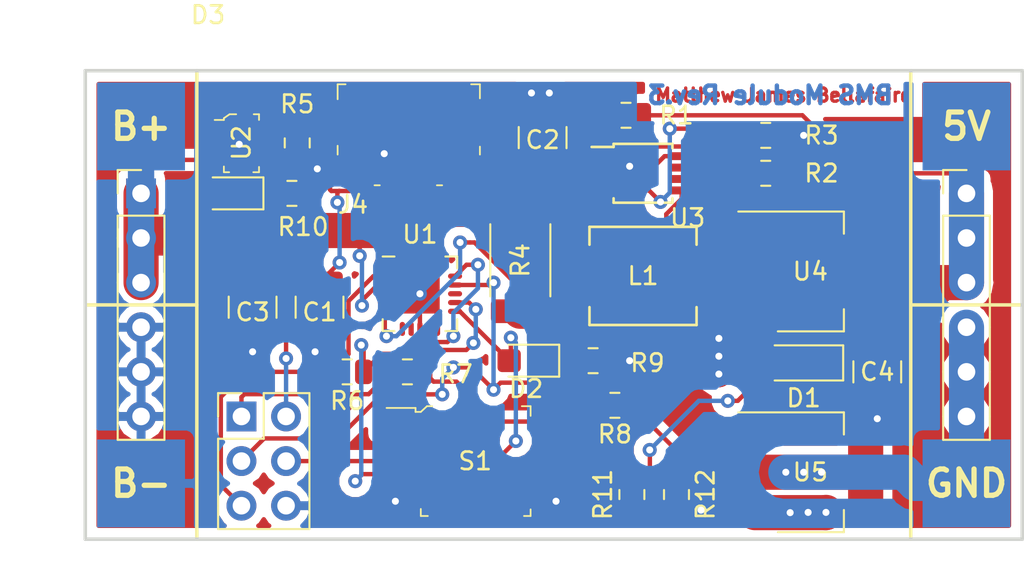
<source format=kicad_pcb>
(kicad_pcb (version 20171130) (host pcbnew "(5.0.1)-3")

  (general
    (thickness 1.6)
    (drawings 18)
    (tracks 296)
    (zones 0)
    (modules 34)
    (nets 39)
  )

  (page A4)
  (layers
    (0 F.Cu signal)
    (31 B.Cu signal)
    (32 B.Adhes user)
    (33 F.Adhes user)
    (34 B.Paste user)
    (35 F.Paste user)
    (36 B.SilkS user)
    (37 F.SilkS user)
    (38 B.Mask user)
    (39 F.Mask user)
    (40 Dwgs.User user)
    (41 Cmts.User user)
    (42 Eco1.User user)
    (43 Eco2.User user)
    (44 Edge.Cuts user)
    (45 Margin user)
    (46 B.CrtYd user)
    (47 F.CrtYd user)
    (48 B.Fab user)
    (49 F.Fab user hide)
  )

  (setup
    (last_trace_width 0.25)
    (user_trace_width 0.127)
    (user_trace_width 0.5)
    (user_trace_width 1)
    (user_trace_width 1.5)
    (user_trace_width 2)
    (trace_clearance 0.2)
    (zone_clearance 0.508)
    (zone_45_only no)
    (trace_min 0.127)
    (segment_width 0.2)
    (edge_width 0.1)
    (via_size 0.8)
    (via_drill 0.4)
    (via_min_size 0.4)
    (via_min_drill 0.3)
    (user_via 0.45 0.3)
    (uvia_size 0.3)
    (uvia_drill 0.1)
    (uvias_allowed no)
    (uvia_min_size 0.2)
    (uvia_min_drill 0.1)
    (pcb_text_width 0.3)
    (pcb_text_size 1.5 1.5)
    (mod_edge_width 0.15)
    (mod_text_size 1 1)
    (mod_text_width 0.15)
    (pad_size 1.5 1.5)
    (pad_drill 0.6)
    (pad_to_mask_clearance 0)
    (solder_mask_min_width 0.25)
    (aux_axis_origin 0 0)
    (visible_elements 7FFFFFFF)
    (pcbplotparams
      (layerselection 0x010fc_ffffffff)
      (usegerberextensions false)
      (usegerberattributes false)
      (usegerberadvancedattributes false)
      (creategerberjobfile false)
      (excludeedgelayer true)
      (linewidth 0.100000)
      (plotframeref false)
      (viasonmask false)
      (mode 1)
      (useauxorigin false)
      (hpglpennumber 1)
      (hpglpenspeed 20)
      (hpglpendiameter 15.000000)
      (psnegative false)
      (psa4output false)
      (plotreference true)
      (plotvalue true)
      (plotinvisibletext false)
      (padsonsilk false)
      (subtractmaskfromsilk false)
      (outputformat 1)
      (mirror false)
      (drillshape 0)
      (scaleselection 1)
      (outputdirectory "Production Files/"))
  )

  (net 0 "")
  (net 1 "Net-(J4-Pad3)")
  (net 2 "Net-(J4-Pad2)")
  (net 3 GND)
  (net 4 "Net-(J4-Pad4)")
  (net 5 VUSB)
  (net 6 "Net-(R11-Pad2)")
  (net 7 "Net-(R5-Pad1)")
  (net 8 BAT+)
  (net 9 "Net-(D3-Pad2)")
  (net 10 BoostConv_IN)
  (net 11 SHDN)
  (net 12 /SCK)
  (net 13 "Net-(C2-Pad1)")
  (net 14 +5V)
  (net 15 "Net-(R2-Pad2)")
  (net 16 /RST)
  (net 17 /MISO)
  (net 18 "Net-(D2-Pad1)")
  (net 19 "Net-(D3-Pad1)")
  (net 20 OUT-)
  (net 21 "Net-(U3-Pad1)")
  (net 22 "Net-(L1-Pad2)")
  (net 23 "Net-(D1-Pad2)")
  (net 24 "Net-(U3-Pad6)")
  (net 25 "Net-(U3-Pad7)")
  (net 26 "Net-(U1-Pad3)")
  (net 27 "Net-(U1-Pad4)")
  (net 28 "Net-(U1-Pad6)")
  (net 29 "Net-(U1-Pad7)")
  (net 30 "Net-(U1-Pad9)")
  (net 31 "Net-(U1-Pad10)")
  (net 32 /ACTIVE_INDICATOR)
  (net 33 "Net-(U1-Pad13)")
  (net 34 "Net-(U1-Pad16)")
  (net 35 "Net-(U1-Pad17)")
  (net 36 "Net-(U1-Pad18)")
  (net 37 "Net-(U1-Pad19)")
  (net 38 "Net-(U1-Pad20)")

  (net_class Default "This is the default net class."
    (clearance 0.2)
    (trace_width 0.25)
    (via_dia 0.8)
    (via_drill 0.4)
    (uvia_dia 0.3)
    (uvia_drill 0.1)
    (add_net +5V)
    (add_net /ACTIVE_INDICATOR)
    (add_net /MISO)
    (add_net /RST)
    (add_net /SCK)
    (add_net BAT+)
    (add_net BoostConv_IN)
    (add_net GND)
    (add_net "Net-(C2-Pad1)")
    (add_net "Net-(D1-Pad2)")
    (add_net "Net-(D2-Pad1)")
    (add_net "Net-(D3-Pad1)")
    (add_net "Net-(D3-Pad2)")
    (add_net "Net-(J4-Pad2)")
    (add_net "Net-(J4-Pad3)")
    (add_net "Net-(J4-Pad4)")
    (add_net "Net-(L1-Pad2)")
    (add_net "Net-(R11-Pad2)")
    (add_net "Net-(R2-Pad2)")
    (add_net "Net-(R5-Pad1)")
    (add_net "Net-(U1-Pad10)")
    (add_net "Net-(U1-Pad13)")
    (add_net "Net-(U1-Pad16)")
    (add_net "Net-(U1-Pad17)")
    (add_net "Net-(U1-Pad18)")
    (add_net "Net-(U1-Pad19)")
    (add_net "Net-(U1-Pad20)")
    (add_net "Net-(U1-Pad3)")
    (add_net "Net-(U1-Pad4)")
    (add_net "Net-(U1-Pad6)")
    (add_net "Net-(U1-Pad7)")
    (add_net "Net-(U1-Pad9)")
    (add_net "Net-(U3-Pad1)")
    (add_net "Net-(U3-Pad6)")
    (add_net "Net-(U3-Pad7)")
    (add_net OUT-)
    (add_net SHDN)
    (add_net VUSB)
  )

  (module Capacitor_SMD:C_1210_3225Metric (layer F.Cu) (tedit 5B301BBE) (tstamp 5DFF08B0)
    (at 109.22 83.95 270)
    (descr "Capacitor SMD 1210 (3225 Metric), square (rectangular) end terminal, IPC_7351 nominal, (Body size source: http://www.tortai-tech.com/upload/download/2011102023233369053.pdf), generated with kicad-footprint-generator")
    (tags capacitor)
    (path /5DFDCA89)
    (attr smd)
    (fp_text reference C1 (at 0.280001 0) (layer F.SilkS)
      (effects (font (size 1 1) (thickness 0.15)))
    )
    (fp_text value 47u (at 0 2.28 270) (layer F.Fab)
      (effects (font (size 1 1) (thickness 0.15)))
    )
    (fp_text user %R (at 0 0 270) (layer F.Fab)
      (effects (font (size 0.8 0.8) (thickness 0.12)))
    )
    (fp_line (start 2.28 1.58) (end -2.28 1.58) (layer F.CrtYd) (width 0.05))
    (fp_line (start 2.28 -1.58) (end 2.28 1.58) (layer F.CrtYd) (width 0.05))
    (fp_line (start -2.28 -1.58) (end 2.28 -1.58) (layer F.CrtYd) (width 0.05))
    (fp_line (start -2.28 1.58) (end -2.28 -1.58) (layer F.CrtYd) (width 0.05))
    (fp_line (start -0.602064 1.36) (end 0.602064 1.36) (layer F.SilkS) (width 0.12))
    (fp_line (start -0.602064 -1.36) (end 0.602064 -1.36) (layer F.SilkS) (width 0.12))
    (fp_line (start 1.6 1.25) (end -1.6 1.25) (layer F.Fab) (width 0.1))
    (fp_line (start 1.6 -1.25) (end 1.6 1.25) (layer F.Fab) (width 0.1))
    (fp_line (start -1.6 -1.25) (end 1.6 -1.25) (layer F.Fab) (width 0.1))
    (fp_line (start -1.6 1.25) (end -1.6 -1.25) (layer F.Fab) (width 0.1))
    (pad 2 smd roundrect (at 1.4 0 270) (size 1.25 2.65) (layers F.Cu F.Paste F.Mask) (roundrect_rratio 0.2)
      (net 3 GND))
    (pad 1 smd roundrect (at -1.4 0 270) (size 1.25 2.65) (layers F.Cu F.Paste F.Mask) (roundrect_rratio 0.2)
      (net 5 VUSB))
    (model ${KISYS3DMOD}/Capacitor_SMD.3dshapes/C_1210_3225Metric.wrl
      (at (xyz 0 0 0))
      (scale (xyz 1 1 1))
      (rotate (xyz 0 0 0))
    )
  )

  (module Capacitor_SMD:C_1210_3225Metric (layer F.Cu) (tedit 5B301BBE) (tstamp 5DFF089F)
    (at 121.92 74.295 90)
    (descr "Capacitor SMD 1210 (3225 Metric), square (rectangular) end terminal, IPC_7351 nominal, (Body size source: http://www.tortai-tech.com/upload/download/2011102023233369053.pdf), generated with kicad-footprint-generator")
    (tags capacitor)
    (path /5D502D45)
    (attr smd)
    (fp_text reference C2 (at -0.13 0 180) (layer F.SilkS)
      (effects (font (size 1 1) (thickness 0.15)))
    )
    (fp_text value 47u (at 0 2.28 90) (layer F.Fab)
      (effects (font (size 1 1) (thickness 0.15)))
    )
    (fp_line (start -1.6 1.25) (end -1.6 -1.25) (layer F.Fab) (width 0.1))
    (fp_line (start -1.6 -1.25) (end 1.6 -1.25) (layer F.Fab) (width 0.1))
    (fp_line (start 1.6 -1.25) (end 1.6 1.25) (layer F.Fab) (width 0.1))
    (fp_line (start 1.6 1.25) (end -1.6 1.25) (layer F.Fab) (width 0.1))
    (fp_line (start -0.602064 -1.36) (end 0.602064 -1.36) (layer F.SilkS) (width 0.12))
    (fp_line (start -0.602064 1.36) (end 0.602064 1.36) (layer F.SilkS) (width 0.12))
    (fp_line (start -2.28 1.58) (end -2.28 -1.58) (layer F.CrtYd) (width 0.05))
    (fp_line (start -2.28 -1.58) (end 2.28 -1.58) (layer F.CrtYd) (width 0.05))
    (fp_line (start 2.28 -1.58) (end 2.28 1.58) (layer F.CrtYd) (width 0.05))
    (fp_line (start 2.28 1.58) (end -2.28 1.58) (layer F.CrtYd) (width 0.05))
    (fp_text user %R (at 0 0 90) (layer F.Fab)
      (effects (font (size 0.8 0.8) (thickness 0.12)))
    )
    (pad 1 smd roundrect (at -1.4 0 90) (size 1.25 2.65) (layers F.Cu F.Paste F.Mask) (roundrect_rratio 0.2)
      (net 13 "Net-(C2-Pad1)"))
    (pad 2 smd roundrect (at 1.4 0 90) (size 1.25 2.65) (layers F.Cu F.Paste F.Mask) (roundrect_rratio 0.2)
      (net 3 GND))
    (model ${KISYS3DMOD}/Capacitor_SMD.3dshapes/C_1210_3225Metric.wrl
      (at (xyz 0 0 0))
      (scale (xyz 1 1 1))
      (rotate (xyz 0 0 0))
    )
  )

  (module Capacitor_SMD:C_1210_3225Metric (layer F.Cu) (tedit 5B301BBE) (tstamp 5DFF088E)
    (at 105.41 83.95 270)
    (descr "Capacitor SMD 1210 (3225 Metric), square (rectangular) end terminal, IPC_7351 nominal, (Body size source: http://www.tortai-tech.com/upload/download/2011102023233369053.pdf), generated with kicad-footprint-generator")
    (tags capacitor)
    (path /5DFF37E1)
    (attr smd)
    (fp_text reference C3 (at 0.280001 0) (layer F.SilkS)
      (effects (font (size 1 1) (thickness 0.15)))
    )
    (fp_text value 47u (at 0 2.28 270) (layer F.Fab)
      (effects (font (size 1 1) (thickness 0.15)))
    )
    (fp_text user %R (at 0 0 270) (layer F.Fab)
      (effects (font (size 0.8 0.8) (thickness 0.12)))
    )
    (fp_line (start 2.28 1.58) (end -2.28 1.58) (layer F.CrtYd) (width 0.05))
    (fp_line (start 2.28 -1.58) (end 2.28 1.58) (layer F.CrtYd) (width 0.05))
    (fp_line (start -2.28 -1.58) (end 2.28 -1.58) (layer F.CrtYd) (width 0.05))
    (fp_line (start -2.28 1.58) (end -2.28 -1.58) (layer F.CrtYd) (width 0.05))
    (fp_line (start -0.602064 1.36) (end 0.602064 1.36) (layer F.SilkS) (width 0.12))
    (fp_line (start -0.602064 -1.36) (end 0.602064 -1.36) (layer F.SilkS) (width 0.12))
    (fp_line (start 1.6 1.25) (end -1.6 1.25) (layer F.Fab) (width 0.1))
    (fp_line (start 1.6 -1.25) (end 1.6 1.25) (layer F.Fab) (width 0.1))
    (fp_line (start -1.6 -1.25) (end 1.6 -1.25) (layer F.Fab) (width 0.1))
    (fp_line (start -1.6 1.25) (end -1.6 -1.25) (layer F.Fab) (width 0.1))
    (pad 2 smd roundrect (at 1.4 0 270) (size 1.25 2.65) (layers F.Cu F.Paste F.Mask) (roundrect_rratio 0.2)
      (net 3 GND))
    (pad 1 smd roundrect (at -1.4 0 270) (size 1.25 2.65) (layers F.Cu F.Paste F.Mask) (roundrect_rratio 0.2)
      (net 8 BAT+))
    (model ${KISYS3DMOD}/Capacitor_SMD.3dshapes/C_1210_3225Metric.wrl
      (at (xyz 0 0 0))
      (scale (xyz 1 1 1))
      (rotate (xyz 0 0 0))
    )
  )

  (module Capacitor_SMD:C_1210_3225Metric (layer F.Cu) (tedit 5B301BBE) (tstamp 5DFF087D)
    (at 140.97 87.63 270)
    (descr "Capacitor SMD 1210 (3225 Metric), square (rectangular) end terminal, IPC_7351 nominal, (Body size source: http://www.tortai-tech.com/upload/download/2011102023233369053.pdf), generated with kicad-footprint-generator")
    (tags capacitor)
    (path /5DFC5552)
    (attr smd)
    (fp_text reference C4 (at 0 0) (layer F.SilkS)
      (effects (font (size 1 1) (thickness 0.15)))
    )
    (fp_text value 47u (at 0 2.28 270) (layer F.Fab)
      (effects (font (size 1 1) (thickness 0.15)))
    )
    (fp_line (start -1.6 1.25) (end -1.6 -1.25) (layer F.Fab) (width 0.1))
    (fp_line (start -1.6 -1.25) (end 1.6 -1.25) (layer F.Fab) (width 0.1))
    (fp_line (start 1.6 -1.25) (end 1.6 1.25) (layer F.Fab) (width 0.1))
    (fp_line (start 1.6 1.25) (end -1.6 1.25) (layer F.Fab) (width 0.1))
    (fp_line (start -0.602064 -1.36) (end 0.602064 -1.36) (layer F.SilkS) (width 0.12))
    (fp_line (start -0.602064 1.36) (end 0.602064 1.36) (layer F.SilkS) (width 0.12))
    (fp_line (start -2.28 1.58) (end -2.28 -1.58) (layer F.CrtYd) (width 0.05))
    (fp_line (start -2.28 -1.58) (end 2.28 -1.58) (layer F.CrtYd) (width 0.05))
    (fp_line (start 2.28 -1.58) (end 2.28 1.58) (layer F.CrtYd) (width 0.05))
    (fp_line (start 2.28 1.58) (end -2.28 1.58) (layer F.CrtYd) (width 0.05))
    (fp_text user %R (at 0 0 270) (layer F.Fab)
      (effects (font (size 0.8 0.8) (thickness 0.12)))
    )
    (pad 1 smd roundrect (at -1.4 0 270) (size 1.25 2.65) (layers F.Cu F.Paste F.Mask) (roundrect_rratio 0.2)
      (net 14 +5V))
    (pad 2 smd roundrect (at 1.4 0 270) (size 1.25 2.65) (layers F.Cu F.Paste F.Mask) (roundrect_rratio 0.2)
      (net 3 GND))
    (model ${KISYS3DMOD}/Capacitor_SMD.3dshapes/C_1210_3225Metric.wrl
      (at (xyz 0 0 0))
      (scale (xyz 1 1 1))
      (rotate (xyz 0 0 0))
    )
  )

  (module Connector_PinHeader_2.54mm:PinHeader_1x06_P2.54mm_Vertical (layer F.Cu) (tedit 5DFD7986) (tstamp 5DFF086C)
    (at 146.05 77.47)
    (descr "Through hole straight pin header, 1x06, 2.54mm pitch, single row")
    (tags "Through hole pin header THT 1x06 2.54mm single row")
    (path /5E014E84)
    (fp_text reference J7 (at 0 -2.33) (layer F.SilkS) hide
      (effects (font (size 1 1) (thickness 0.15)))
    )
    (fp_text value Conn_01x06_Male (at 0 15.03) (layer F.Fab)
      (effects (font (size 1 1) (thickness 0.15)))
    )
    (fp_text user %R (at 0 6.35 90) (layer F.Fab)
      (effects (font (size 1 1) (thickness 0.15)))
    )
    (fp_line (start 1.8 -1.8) (end -1.8 -1.8) (layer F.CrtYd) (width 0.05))
    (fp_line (start 1.8 14.5) (end 1.8 -1.8) (layer F.CrtYd) (width 0.05))
    (fp_line (start -1.8 14.5) (end 1.8 14.5) (layer F.CrtYd) (width 0.05))
    (fp_line (start -1.8 -1.8) (end -1.8 14.5) (layer F.CrtYd) (width 0.05))
    (fp_line (start -1.33 -1.33) (end 0 -1.33) (layer F.SilkS) (width 0.12))
    (fp_line (start -1.33 0) (end -1.33 -1.33) (layer F.SilkS) (width 0.12))
    (fp_line (start -1.33 1.27) (end 1.33 1.27) (layer F.SilkS) (width 0.12))
    (fp_line (start 1.33 1.27) (end 1.33 14.03) (layer F.SilkS) (width 0.12))
    (fp_line (start -1.33 1.27) (end -1.33 14.03) (layer F.SilkS) (width 0.12))
    (fp_line (start -1.33 14.03) (end 1.33 14.03) (layer F.SilkS) (width 0.12))
    (fp_line (start -1.27 -0.635) (end -0.635 -1.27) (layer F.Fab) (width 0.1))
    (fp_line (start -1.27 13.97) (end -1.27 -0.635) (layer F.Fab) (width 0.1))
    (fp_line (start 1.27 13.97) (end -1.27 13.97) (layer F.Fab) (width 0.1))
    (fp_line (start 1.27 -1.27) (end 1.27 13.97) (layer F.Fab) (width 0.1))
    (fp_line (start -0.635 -1.27) (end 1.27 -1.27) (layer F.Fab) (width 0.1))
    (pad 6 thru_hole oval (at 0 12.7) (size 1.7 1.7) (drill 1) (layers *.Cu *.Mask)
      (net 20 OUT-))
    (pad 5 thru_hole oval (at 0 10.16) (size 1.7 1.7) (drill 1) (layers *.Cu *.Mask)
      (net 20 OUT-))
    (pad 4 thru_hole oval (at 0 7.62) (size 1.7 1.7) (drill 1) (layers *.Cu *.Mask)
      (net 20 OUT-))
    (pad 3 thru_hole oval (at 0 5.08) (size 1.7 1.7) (drill 1) (layers *.Cu *.Mask)
      (net 14 +5V))
    (pad 2 thru_hole oval (at 0 2.54) (size 1.7 1.7) (drill 1) (layers *.Cu *.Mask)
      (net 14 +5V))
    (pad 1 thru_hole rect (at 0 0) (size 1.7 1.7) (drill 1) (layers *.Cu *.Mask)
      (net 14 +5V))
    (model ${KISYS3DMOD}/Connector_PinHeader_2.54mm.3dshapes/PinHeader_1x06_P2.54mm_Vertical.wrl
      (at (xyz 0 0 0))
      (scale (xyz 1 1 1))
      (rotate (xyz 0 0 0))
    )
  )

  (module Connector_PinHeader_2.54mm:PinHeader_1x06_P2.54mm_Vertical (layer F.Cu) (tedit 5DFD7990) (tstamp 5DFF0852)
    (at 99.06 77.47)
    (descr "Through hole straight pin header, 1x06, 2.54mm pitch, single row")
    (tags "Through hole pin header THT 1x06 2.54mm single row")
    (path /5DFD9A63)
    (fp_text reference J2 (at 0 -2.33) (layer F.SilkS) hide
      (effects (font (size 1 1) (thickness 0.15)))
    )
    (fp_text value Conn_01x06_Male (at 0 15.03) (layer F.Fab)
      (effects (font (size 1 1) (thickness 0.15)))
    )
    (fp_line (start -0.635 -1.27) (end 1.27 -1.27) (layer F.Fab) (width 0.1))
    (fp_line (start 1.27 -1.27) (end 1.27 13.97) (layer F.Fab) (width 0.1))
    (fp_line (start 1.27 13.97) (end -1.27 13.97) (layer F.Fab) (width 0.1))
    (fp_line (start -1.27 13.97) (end -1.27 -0.635) (layer F.Fab) (width 0.1))
    (fp_line (start -1.27 -0.635) (end -0.635 -1.27) (layer F.Fab) (width 0.1))
    (fp_line (start -1.33 14.03) (end 1.33 14.03) (layer F.SilkS) (width 0.12))
    (fp_line (start -1.33 1.27) (end -1.33 14.03) (layer F.SilkS) (width 0.12))
    (fp_line (start 1.33 1.27) (end 1.33 14.03) (layer F.SilkS) (width 0.12))
    (fp_line (start -1.33 1.27) (end 1.33 1.27) (layer F.SilkS) (width 0.12))
    (fp_line (start -1.33 0) (end -1.33 -1.33) (layer F.SilkS) (width 0.12))
    (fp_line (start -1.33 -1.33) (end 0 -1.33) (layer F.SilkS) (width 0.12))
    (fp_line (start -1.8 -1.8) (end -1.8 14.5) (layer F.CrtYd) (width 0.05))
    (fp_line (start -1.8 14.5) (end 1.8 14.5) (layer F.CrtYd) (width 0.05))
    (fp_line (start 1.8 14.5) (end 1.8 -1.8) (layer F.CrtYd) (width 0.05))
    (fp_line (start 1.8 -1.8) (end -1.8 -1.8) (layer F.CrtYd) (width 0.05))
    (fp_text user %R (at 0 6.35 90) (layer F.Fab)
      (effects (font (size 1 1) (thickness 0.15)))
    )
    (pad 1 thru_hole rect (at 0 0) (size 1.7 1.7) (drill 1) (layers *.Cu *.Mask)
      (net 8 BAT+))
    (pad 2 thru_hole oval (at 0 2.54) (size 1.7 1.7) (drill 1) (layers *.Cu *.Mask)
      (net 8 BAT+))
    (pad 3 thru_hole oval (at 0 5.08) (size 1.7 1.7) (drill 1) (layers *.Cu *.Mask)
      (net 8 BAT+))
    (pad 4 thru_hole oval (at 0 7.62) (size 1.7 1.7) (drill 1) (layers *.Cu *.Mask)
      (net 3 GND))
    (pad 5 thru_hole oval (at 0 10.16) (size 1.7 1.7) (drill 1) (layers *.Cu *.Mask)
      (net 3 GND))
    (pad 6 thru_hole oval (at 0 12.7) (size 1.7 1.7) (drill 1) (layers *.Cu *.Mask)
      (net 3 GND))
    (model ${KISYS3DMOD}/Connector_PinHeader_2.54mm.3dshapes/PinHeader_1x06_P2.54mm_Vertical.wrl
      (at (xyz 0 0 0))
      (scale (xyz 1 1 1))
      (rotate (xyz 0 0 0))
    )
  )

  (module Connector_PinHeader_2.54mm:PinHeader_2x03_P2.54mm_Vertical (layer F.Cu) (tedit 5DFD7997) (tstamp 5DFF0838)
    (at 104.775 90.17)
    (descr "Through hole straight pin header, 2x03, 2.54mm pitch, double rows")
    (tags "Through hole pin header THT 2x03 2.54mm double row")
    (path /5DFC70C9)
    (fp_text reference J5 (at 0 -2.54) (layer F.SilkS) hide
      (effects (font (size 1 1) (thickness 0.15)))
    )
    (fp_text value AVR-ISP-6 (at 1.27 7.41) (layer F.Fab)
      (effects (font (size 1 1) (thickness 0.15)))
    )
    (fp_line (start 0 -1.27) (end 3.81 -1.27) (layer F.Fab) (width 0.1))
    (fp_line (start 3.81 -1.27) (end 3.81 6.35) (layer F.Fab) (width 0.1))
    (fp_line (start 3.81 6.35) (end -1.27 6.35) (layer F.Fab) (width 0.1))
    (fp_line (start -1.27 6.35) (end -1.27 0) (layer F.Fab) (width 0.1))
    (fp_line (start -1.27 0) (end 0 -1.27) (layer F.Fab) (width 0.1))
    (fp_line (start -1.33 6.41) (end 3.87 6.41) (layer F.SilkS) (width 0.12))
    (fp_line (start -1.33 1.27) (end -1.33 6.41) (layer F.SilkS) (width 0.12))
    (fp_line (start 3.87 -1.33) (end 3.87 6.41) (layer F.SilkS) (width 0.12))
    (fp_line (start -1.33 1.27) (end 1.27 1.27) (layer F.SilkS) (width 0.12))
    (fp_line (start 1.27 1.27) (end 1.27 -1.33) (layer F.SilkS) (width 0.12))
    (fp_line (start 1.27 -1.33) (end 3.87 -1.33) (layer F.SilkS) (width 0.12))
    (fp_line (start -1.33 0) (end -1.33 -1.33) (layer F.SilkS) (width 0.12))
    (fp_line (start -1.33 -1.33) (end 0 -1.33) (layer F.SilkS) (width 0.12))
    (fp_line (start -1.8 -1.8) (end -1.8 6.85) (layer F.CrtYd) (width 0.05))
    (fp_line (start -1.8 6.85) (end 4.35 6.85) (layer F.CrtYd) (width 0.05))
    (fp_line (start 4.35 6.85) (end 4.35 -1.8) (layer F.CrtYd) (width 0.05))
    (fp_line (start 4.35 -1.8) (end -1.8 -1.8) (layer F.CrtYd) (width 0.05))
    (fp_text user %R (at 1.27 2.54 90) (layer F.Fab)
      (effects (font (size 1 1) (thickness 0.15)))
    )
    (pad 1 thru_hole rect (at 0 0) (size 1.7 1.7) (drill 1) (layers *.Cu *.Mask)
      (net 17 /MISO))
    (pad 2 thru_hole oval (at 2.54 0) (size 1.7 1.7) (drill 1) (layers *.Cu *.Mask)
      (net 5 VUSB))
    (pad 3 thru_hole oval (at 0 2.54) (size 1.7 1.7) (drill 1) (layers *.Cu *.Mask)
      (net 12 /SCK))
    (pad 4 thru_hole oval (at 2.54 2.54) (size 1.7 1.7) (drill 1) (layers *.Cu *.Mask)
      (net 32 /ACTIVE_INDICATOR))
    (pad 5 thru_hole oval (at 0 5.08) (size 1.7 1.7) (drill 1) (layers *.Cu *.Mask)
      (net 16 /RST))
    (pad 6 thru_hole oval (at 2.54 5.08) (size 1.7 1.7) (drill 1) (layers *.Cu *.Mask)
      (net 3 GND))
    (model ${KISYS3DMOD}/Connector_PinHeader_2.54mm.3dshapes/PinHeader_2x03_P2.54mm_Vertical.wrl
      (at (xyz 0 0 0))
      (scale (xyz 1 1 1))
      (rotate (xyz 0 0 0))
    )
  )

  (module "Custom Footprints:ASPI-0630HI-3R3N-T15" (layer F.Cu) (tedit 5DFD6D54) (tstamp 5DFF081C)
    (at 127.635 82.169)
    (path /5DFD931A)
    (fp_text reference L1 (at 0 0) (layer F.SilkS)
      (effects (font (size 1 1) (thickness 0.15)))
    )
    (fp_text value 3.3u (at -11.43 -8.89) (layer F.Fab)
      (effects (font (size 1 1) (thickness 0.15)))
    )
    (fp_line (start -3.048 -1.778) (end -3.048 -2.794) (layer F.SilkS) (width 0.15))
    (fp_line (start -3.048 -2.794) (end 3.048 -2.794) (layer F.SilkS) (width 0.15))
    (fp_line (start 3.048 -2.794) (end 3.048 -1.778) (layer F.SilkS) (width 0.15))
    (fp_line (start 3.048 1.778) (end 3.048 2.794) (layer F.SilkS) (width 0.15))
    (fp_line (start 3.048 2.794) (end -3.048 2.794) (layer F.SilkS) (width 0.15))
    (fp_line (start -3.048 2.794) (end -3.048 1.778) (layer F.SilkS) (width 0.15))
    (pad 2 smd rect (at 2.65 0) (size 1.6 3) (layers F.Cu F.Paste F.Mask)
      (net 22 "Net-(L1-Pad2)"))
    (pad 1 smd rect (at -2.65 0) (size 1.6 3) (layers F.Cu F.Paste F.Mask)
      (net 10 BoostConv_IN))
  )

  (module "Custom Footprints:LARGE_PAD" (layer B.Cu) (tedit 5DFD735F) (tstamp 5DFF0810)
    (at 146.05 73.66)
    (path /5DFFC692)
    (fp_text reference J6 (at -3.81 2.54) (layer B.SilkS) hide
      (effects (font (size 1 1) (thickness 0.15)) (justify mirror))
    )
    (fp_text value LARGE_PAD (at -3.81 3.81) (layer B.Fab)
      (effects (font (size 1 1) (thickness 0.15)) (justify mirror))
    )
    (pad 1 smd rect (at 0 0) (size 5 5) (layers B.Cu B.Paste B.Mask)
      (net 14 +5V))
  )

  (module "Custom Footprints:LARGE_PAD" (layer B.Cu) (tedit 5DFD735F) (tstamp 5DFF080B)
    (at 99.06 93.98)
    (path /5E0080E6)
    (fp_text reference J3 (at -3.81 2.54) (layer B.SilkS) hide
      (effects (font (size 1 1) (thickness 0.15)) (justify mirror))
    )
    (fp_text value LARGE_PAD (at -3.81 3.81) (layer B.Fab)
      (effects (font (size 1 1) (thickness 0.15)) (justify mirror))
    )
    (pad 1 smd rect (at 0 0) (size 5 5) (layers B.Cu B.Paste B.Mask)
      (net 3 GND))
  )

  (module "Custom Footprints:LARGE_PAD" (layer B.Cu) (tedit 5DFD735F) (tstamp 5DFF0806)
    (at 99.06 73.66)
    (path /5E0083ED)
    (fp_text reference J1 (at -3.81 2.54) (layer B.SilkS) hide
      (effects (font (size 1 1) (thickness 0.15)) (justify mirror))
    )
    (fp_text value LARGE_PAD (at -3.81 3.81) (layer B.Fab)
      (effects (font (size 1 1) (thickness 0.15)) (justify mirror))
    )
    (pad 1 smd rect (at 0 0) (size 5 5) (layers B.Cu B.Paste B.Mask)
      (net 8 BAT+))
  )

  (module "Custom Footprints:LARGE_PAD" (layer B.Cu) (tedit 5DFD735F) (tstamp 5DFF0801)
    (at 146.05 93.98)
    (path /5DFFA08B)
    (fp_text reference J8 (at -3.81 2.54) (layer B.SilkS) hide
      (effects (font (size 1 1) (thickness 0.15)) (justify mirror))
    )
    (fp_text value LARGE_PAD (at -3.81 3.81) (layer B.Fab)
      (effects (font (size 1 1) (thickness 0.15)) (justify mirror))
    )
    (pad 1 smd rect (at 0 0) (size 5 5) (layers B.Cu B.Paste B.Mask)
      (net 20 OUT-))
  )

  (module Diode_SMD:D_SOD-123 (layer F.Cu) (tedit 58645DC7) (tstamp 5DFF07FC)
    (at 136.779 87.122 180)
    (descr SOD-123)
    (tags SOD-123)
    (path /5D5032CE)
    (attr smd)
    (fp_text reference D1 (at 0 -2 180) (layer F.SilkS)
      (effects (font (size 1 1) (thickness 0.15)))
    )
    (fp_text value FSV340FP (at 0 2.1 180) (layer F.Fab)
      (effects (font (size 1 1) (thickness 0.15)))
    )
    (fp_text user %R (at 0 -2 180) (layer F.Fab)
      (effects (font (size 1 1) (thickness 0.15)))
    )
    (fp_line (start -2.25 -1) (end -2.25 1) (layer F.SilkS) (width 0.12))
    (fp_line (start 0.25 0) (end 0.75 0) (layer F.Fab) (width 0.1))
    (fp_line (start 0.25 0.4) (end -0.35 0) (layer F.Fab) (width 0.1))
    (fp_line (start 0.25 -0.4) (end 0.25 0.4) (layer F.Fab) (width 0.1))
    (fp_line (start -0.35 0) (end 0.25 -0.4) (layer F.Fab) (width 0.1))
    (fp_line (start -0.35 0) (end -0.35 0.55) (layer F.Fab) (width 0.1))
    (fp_line (start -0.35 0) (end -0.35 -0.55) (layer F.Fab) (width 0.1))
    (fp_line (start -0.75 0) (end -0.35 0) (layer F.Fab) (width 0.1))
    (fp_line (start -1.4 0.9) (end -1.4 -0.9) (layer F.Fab) (width 0.1))
    (fp_line (start 1.4 0.9) (end -1.4 0.9) (layer F.Fab) (width 0.1))
    (fp_line (start 1.4 -0.9) (end 1.4 0.9) (layer F.Fab) (width 0.1))
    (fp_line (start -1.4 -0.9) (end 1.4 -0.9) (layer F.Fab) (width 0.1))
    (fp_line (start -2.35 -1.15) (end 2.35 -1.15) (layer F.CrtYd) (width 0.05))
    (fp_line (start 2.35 -1.15) (end 2.35 1.15) (layer F.CrtYd) (width 0.05))
    (fp_line (start 2.35 1.15) (end -2.35 1.15) (layer F.CrtYd) (width 0.05))
    (fp_line (start -2.35 -1.15) (end -2.35 1.15) (layer F.CrtYd) (width 0.05))
    (fp_line (start -2.25 1) (end 1.65 1) (layer F.SilkS) (width 0.12))
    (fp_line (start -2.25 -1) (end 1.65 -1) (layer F.SilkS) (width 0.12))
    (pad 1 smd rect (at -1.65 0 180) (size 0.9 1.2) (layers F.Cu F.Paste F.Mask)
      (net 14 +5V))
    (pad 2 smd rect (at 1.65 0 180) (size 0.9 1.2) (layers F.Cu F.Paste F.Mask)
      (net 23 "Net-(D1-Pad2)"))
    (model ${KISYS3DMOD}/Diode_SMD.3dshapes/D_SOD-123.wrl
      (at (xyz 0 0 0))
      (scale (xyz 1 1 1))
      (rotate (xyz 0 0 0))
    )
  )

  (module LED_SMD:LED_0805_2012Metric_Castellated (layer F.Cu) (tedit 5B36C52C) (tstamp 5DFF07E3)
    (at 104.14 77.47 180)
    (descr "LED SMD 0805 (2012 Metric), castellated end terminal, IPC_7351 nominal, (Body size source: https://docs.google.com/spreadsheets/d/1BsfQQcO9C6DZCsRaXUlFlo91Tg2WpOkGARC1WS5S8t0/edit?usp=sharing), generated with kicad-footprint-generator")
    (tags "LED castellated")
    (path /5DFF6A20)
    (attr smd)
    (fp_text reference D3 (at 1.27 10.16 180) (layer F.SilkS)
      (effects (font (size 1 1) (thickness 0.15)))
    )
    (fp_text value LED (at 0 1.6 180) (layer F.Fab)
      (effects (font (size 1 1) (thickness 0.15)))
    )
    (fp_text user %R (at 0 0 180) (layer F.Fab)
      (effects (font (size 0.5 0.5) (thickness 0.08)))
    )
    (fp_line (start 1.88 0.9) (end -1.88 0.9) (layer F.CrtYd) (width 0.05))
    (fp_line (start 1.88 -0.9) (end 1.88 0.9) (layer F.CrtYd) (width 0.05))
    (fp_line (start -1.88 -0.9) (end 1.88 -0.9) (layer F.CrtYd) (width 0.05))
    (fp_line (start -1.88 0.9) (end -1.88 -0.9) (layer F.CrtYd) (width 0.05))
    (fp_line (start -1.885 0.91) (end 1 0.91) (layer F.SilkS) (width 0.12))
    (fp_line (start -1.885 -0.91) (end -1.885 0.91) (layer F.SilkS) (width 0.12))
    (fp_line (start 1 -0.91) (end -1.885 -0.91) (layer F.SilkS) (width 0.12))
    (fp_line (start 1 0.6) (end 1 -0.6) (layer F.Fab) (width 0.1))
    (fp_line (start -1 0.6) (end 1 0.6) (layer F.Fab) (width 0.1))
    (fp_line (start -1 -0.3) (end -1 0.6) (layer F.Fab) (width 0.1))
    (fp_line (start -0.7 -0.6) (end -1 -0.3) (layer F.Fab) (width 0.1))
    (fp_line (start 1 -0.6) (end -0.7 -0.6) (layer F.Fab) (width 0.1))
    (pad 2 smd roundrect (at 0.9625 0 180) (size 1.325 1.3) (layers F.Cu F.Paste F.Mask) (roundrect_rratio 0.192308)
      (net 9 "Net-(D3-Pad2)"))
    (pad 1 smd roundrect (at -0.9625 0 180) (size 1.325 1.3) (layers F.Cu F.Paste F.Mask) (roundrect_rratio 0.192308)
      (net 19 "Net-(D3-Pad1)"))
    (model ${KISYS3DMOD}/LED_SMD.3dshapes/LED_0805_2012Metric_Castellated.wrl
      (at (xyz 0 0 0))
      (scale (xyz 1 1 1))
      (rotate (xyz 0 0 0))
    )
  )

  (module LED_SMD:LED_0805_2012Metric_Castellated (layer F.Cu) (tedit 5B36C52C) (tstamp 5DFF07D0)
    (at 120.9775 86.995 180)
    (descr "LED SMD 0805 (2012 Metric), castellated end terminal, IPC_7351 nominal, (Body size source: https://docs.google.com/spreadsheets/d/1BsfQQcO9C6DZCsRaXUlFlo91Tg2WpOkGARC1WS5S8t0/edit?usp=sharing), generated with kicad-footprint-generator")
    (tags "LED castellated")
    (path /5DFEFFC5)
    (attr smd)
    (fp_text reference D2 (at 0 -1.6 180) (layer F.SilkS)
      (effects (font (size 1 1) (thickness 0.15)))
    )
    (fp_text value LED (at 0 1.6 180) (layer F.Fab)
      (effects (font (size 1 1) (thickness 0.15)))
    )
    (fp_line (start 1 -0.6) (end -0.7 -0.6) (layer F.Fab) (width 0.1))
    (fp_line (start -0.7 -0.6) (end -1 -0.3) (layer F.Fab) (width 0.1))
    (fp_line (start -1 -0.3) (end -1 0.6) (layer F.Fab) (width 0.1))
    (fp_line (start -1 0.6) (end 1 0.6) (layer F.Fab) (width 0.1))
    (fp_line (start 1 0.6) (end 1 -0.6) (layer F.Fab) (width 0.1))
    (fp_line (start 1 -0.91) (end -1.885 -0.91) (layer F.SilkS) (width 0.12))
    (fp_line (start -1.885 -0.91) (end -1.885 0.91) (layer F.SilkS) (width 0.12))
    (fp_line (start -1.885 0.91) (end 1 0.91) (layer F.SilkS) (width 0.12))
    (fp_line (start -1.88 0.9) (end -1.88 -0.9) (layer F.CrtYd) (width 0.05))
    (fp_line (start -1.88 -0.9) (end 1.88 -0.9) (layer F.CrtYd) (width 0.05))
    (fp_line (start 1.88 -0.9) (end 1.88 0.9) (layer F.CrtYd) (width 0.05))
    (fp_line (start 1.88 0.9) (end -1.88 0.9) (layer F.CrtYd) (width 0.05))
    (fp_text user %R (at 0 0 180) (layer F.Fab)
      (effects (font (size 0.5 0.5) (thickness 0.08)))
    )
    (pad 1 smd roundrect (at -0.9625 0 180) (size 1.325 1.3) (layers F.Cu F.Paste F.Mask) (roundrect_rratio 0.192308)
      (net 18 "Net-(D2-Pad1)"))
    (pad 2 smd roundrect (at 0.9625 0 180) (size 1.325 1.3) (layers F.Cu F.Paste F.Mask) (roundrect_rratio 0.192308)
      (net 32 /ACTIVE_INDICATOR))
    (model ${KISYS3DMOD}/LED_SMD.3dshapes/LED_0805_2012Metric_Castellated.wrl
      (at (xyz 0 0 0))
      (scale (xyz 1 1 1))
      (rotate (xyz 0 0 0))
    )
  )

  (module Package_DFN_QFN:QFN-20-1EP_4x4mm_P0.5mm_EP2.25x2.25mm (layer F.Cu) (tedit 5AAB4F93) (tstamp 5DFF07BD)
    (at 114.935 83.185)
    (descr "20-Lead Plastic Quad Flat No-Lead Package, 4x4mm Body (see Atmel Appnote 8826)")
    (tags "QFN 0.5")
    (path /5DFC6267)
    (attr smd)
    (fp_text reference U1 (at 0 -3.375) (layer F.SilkS)
      (effects (font (size 1 1) (thickness 0.15)))
    )
    (fp_text value ATtiny25-20MU (at 0 3.375) (layer F.Fab)
      (effects (font (size 1 1) (thickness 0.15)))
    )
    (fp_text user %R (at 0 0) (layer F.Fab)
      (effects (font (size 1 1) (thickness 0.15)))
    )
    (fp_line (start -2.65 -2.65) (end -2.65 2.65) (layer F.CrtYd) (width 0.05))
    (fp_line (start -2.65 -2.65) (end 2.65 -2.65) (layer F.CrtYd) (width 0.05))
    (fp_line (start -2.65 2.65) (end 2.65 2.65) (layer F.CrtYd) (width 0.05))
    (fp_line (start 2.65 -2.65) (end 2.65 2.65) (layer F.CrtYd) (width 0.05))
    (fp_line (start -2 -1) (end -1 -2) (layer F.Fab) (width 0.1))
    (fp_line (start -2 2) (end -2 -1) (layer F.Fab) (width 0.1))
    (fp_line (start -1 -2) (end 2 -2) (layer F.Fab) (width 0.1))
    (fp_line (start 2 -2) (end 2 2) (layer F.Fab) (width 0.1))
    (fp_line (start 2 2) (end -2 2) (layer F.Fab) (width 0.1))
    (fp_line (start -2.12 -2.12) (end -1.45 -2.12) (layer F.SilkS) (width 0.12))
    (fp_line (start -2.12 2.12) (end -2.12 1.45) (layer F.SilkS) (width 0.12))
    (fp_line (start -2.12 2.12) (end -1.45 2.12) (layer F.SilkS) (width 0.12))
    (fp_line (start 2.12 -2.12) (end 1.45 -2.12) (layer F.SilkS) (width 0.12))
    (fp_line (start 2.12 -2.12) (end 2.12 -1.45) (layer F.SilkS) (width 0.12))
    (fp_line (start 2.12 2.12) (end 1.45 2.12) (layer F.SilkS) (width 0.12))
    (fp_line (start 2.12 2.12) (end 2.12 1.45) (layer F.SilkS) (width 0.12))
    (pad 1 smd oval (at -2 -1) (size 0.8 0.3) (layers F.Cu F.Paste F.Mask)
      (net 16 /RST))
    (pad 2 smd oval (at -2 -0.5) (size 0.8 0.3) (layers F.Cu F.Paste F.Mask)
      (net 8 BAT+))
    (pad 3 smd oval (at -2 0) (size 0.8 0.3) (layers F.Cu F.Paste F.Mask)
      (net 26 "Net-(U1-Pad3)"))
    (pad 4 smd oval (at -2 0.5) (size 0.8 0.3) (layers F.Cu F.Paste F.Mask)
      (net 27 "Net-(U1-Pad4)"))
    (pad 5 smd oval (at -2 1) (size 0.8 0.3) (layers F.Cu F.Paste F.Mask)
      (net 10 BoostConv_IN))
    (pad 6 smd oval (at -1 2 90) (size 0.8 0.3) (layers F.Cu F.Paste F.Mask)
      (net 28 "Net-(U1-Pad6)"))
    (pad 7 smd oval (at -0.5 2 90) (size 0.8 0.3) (layers F.Cu F.Paste F.Mask)
      (net 29 "Net-(U1-Pad7)"))
    (pad 8 smd oval (at 0 2 90) (size 0.8 0.3) (layers F.Cu F.Paste F.Mask)
      (net 3 GND))
    (pad 9 smd oval (at 0.5 2 90) (size 0.8 0.3) (layers F.Cu F.Paste F.Mask)
      (net 30 "Net-(U1-Pad9)"))
    (pad 10 smd oval (at 1 2 90) (size 0.8 0.3) (layers F.Cu F.Paste F.Mask)
      (net 31 "Net-(U1-Pad10)"))
    (pad 11 smd oval (at 2 1) (size 0.8 0.3) (layers F.Cu F.Paste F.Mask)
      (net 32 /ACTIVE_INDICATOR))
    (pad 12 smd oval (at 2 0.5) (size 0.8 0.3) (layers F.Cu F.Paste F.Mask)
      (net 17 /MISO))
    (pad 13 smd oval (at 2 0) (size 0.8 0.3) (layers F.Cu F.Paste F.Mask)
      (net 33 "Net-(U1-Pad13)"))
    (pad 14 smd oval (at 2 -0.5) (size 0.8 0.3) (layers F.Cu F.Paste F.Mask)
      (net 12 /SCK))
    (pad 15 smd oval (at 2 -1) (size 0.8 0.3) (layers F.Cu F.Paste F.Mask)
      (net 14 +5V))
    (pad 16 smd oval (at 1 -2 90) (size 0.8 0.3) (layers F.Cu F.Paste F.Mask)
      (net 34 "Net-(U1-Pad16)"))
    (pad 17 smd oval (at 0.5 -2 90) (size 0.8 0.3) (layers F.Cu F.Paste F.Mask)
      (net 35 "Net-(U1-Pad17)"))
    (pad 18 smd oval (at 0 -2 90) (size 0.8 0.3) (layers F.Cu F.Paste F.Mask)
      (net 36 "Net-(U1-Pad18)"))
    (pad 19 smd oval (at -0.5 -2 90) (size 0.8 0.3) (layers F.Cu F.Paste F.Mask)
      (net 37 "Net-(U1-Pad19)"))
    (pad 20 smd oval (at -1 -2 90) (size 0.8 0.3) (layers F.Cu F.Paste F.Mask)
      (net 38 "Net-(U1-Pad20)"))
    (pad 21 smd rect (at 0 0) (size 2.25 2.25) (layers F.Cu F.Mask)
      (net 3 GND))
    (pad "" smd rect (at -0.55 -0.55) (size 1 1) (layers F.Paste))
    (pad "" smd rect (at -0.55 0.55) (size 1 1) (layers F.Paste))
    (pad "" smd rect (at 0.55 -0.55) (size 1 1) (layers F.Paste))
    (pad "" smd rect (at 0.55 0.55) (size 1 1) (layers F.Paste))
    (model ${KISYS3DMOD}/Package_DFN_QFN.3dshapes/QFN-20-1EP_4x4mm_P0.5mm_EP2.25x2.25mm.wrl
      (at (xyz 0 0 0))
      (scale (xyz 1 1 1))
      (rotate (xyz 0 0 0))
    )
  )

  (module Package_SO:MSOP-8_3x3mm_P0.65mm (layer F.Cu) (tedit 5A02F25C) (tstamp 5DFF078F)
    (at 127.635 76.327)
    (descr "8-Lead Plastic Micro Small Outline Package (MS) [MSOP] (see Microchip Packaging Specification 00000049BS.pdf)")
    (tags "SSOP 0.65")
    (path /5D502CB9)
    (attr smd)
    (fp_text reference U3 (at 2.54 2.54) (layer F.SilkS)
      (effects (font (size 1 1) (thickness 0.15)))
    )
    (fp_text value MCP1650 (at 0 2.6) (layer F.Fab)
      (effects (font (size 1 1) (thickness 0.15)))
    )
    (fp_line (start -0.5 -1.5) (end 1.5 -1.5) (layer F.Fab) (width 0.15))
    (fp_line (start 1.5 -1.5) (end 1.5 1.5) (layer F.Fab) (width 0.15))
    (fp_line (start 1.5 1.5) (end -1.5 1.5) (layer F.Fab) (width 0.15))
    (fp_line (start -1.5 1.5) (end -1.5 -0.5) (layer F.Fab) (width 0.15))
    (fp_line (start -1.5 -0.5) (end -0.5 -1.5) (layer F.Fab) (width 0.15))
    (fp_line (start -3.2 -1.85) (end -3.2 1.85) (layer F.CrtYd) (width 0.05))
    (fp_line (start 3.2 -1.85) (end 3.2 1.85) (layer F.CrtYd) (width 0.05))
    (fp_line (start -3.2 -1.85) (end 3.2 -1.85) (layer F.CrtYd) (width 0.05))
    (fp_line (start -3.2 1.85) (end 3.2 1.85) (layer F.CrtYd) (width 0.05))
    (fp_line (start -1.675 -1.675) (end -1.675 -1.5) (layer F.SilkS) (width 0.15))
    (fp_line (start 1.675 -1.675) (end 1.675 -1.425) (layer F.SilkS) (width 0.15))
    (fp_line (start 1.675 1.675) (end 1.675 1.425) (layer F.SilkS) (width 0.15))
    (fp_line (start -1.675 1.675) (end -1.675 1.425) (layer F.SilkS) (width 0.15))
    (fp_line (start -1.675 -1.675) (end 1.675 -1.675) (layer F.SilkS) (width 0.15))
    (fp_line (start -1.675 1.675) (end 1.675 1.675) (layer F.SilkS) (width 0.15))
    (fp_line (start -1.675 -1.5) (end -2.925 -1.5) (layer F.SilkS) (width 0.15))
    (fp_text user %R (at 0 0) (layer F.Fab)
      (effects (font (size 0.6 0.6) (thickness 0.15)))
    )
    (pad 1 smd rect (at -2.2 -0.975) (size 1.45 0.45) (layers F.Cu F.Paste F.Mask)
      (net 21 "Net-(U3-Pad1)"))
    (pad 2 smd rect (at -2.2 -0.325) (size 1.45 0.45) (layers F.Cu F.Paste F.Mask)
      (net 3 GND))
    (pad 3 smd rect (at -2.2 0.325) (size 1.45 0.45) (layers F.Cu F.Paste F.Mask)
      (net 13 "Net-(C2-Pad1)"))
    (pad 4 smd rect (at -2.2 0.975) (size 1.45 0.45) (layers F.Cu F.Paste F.Mask)
      (net 15 "Net-(R2-Pad2)"))
    (pad 5 smd rect (at 2.2 0.975) (size 1.45 0.45) (layers F.Cu F.Paste F.Mask)
      (net 11 SHDN))
    (pad 6 smd rect (at 2.2 0.325) (size 1.45 0.45) (layers F.Cu F.Paste F.Mask)
      (net 24 "Net-(U3-Pad6)"))
    (pad 7 smd rect (at 2.2 -0.325) (size 1.45 0.45) (layers F.Cu F.Paste F.Mask)
      (net 25 "Net-(U3-Pad7)"))
    (pad 8 smd rect (at 2.2 -0.975) (size 1.45 0.45) (layers F.Cu F.Paste F.Mask)
      (net 13 "Net-(C2-Pad1)"))
    (model ${KISYS3DMOD}/Package_SO.3dshapes/MSOP-8_3x3mm_P0.65mm.wrl
      (at (xyz 0 0 0))
      (scale (xyz 1 1 1))
      (rotate (xyz 0 0 0))
    )
  )

  (module Package_TO_SOT_SMD:SOT-223 (layer F.Cu) (tedit 5A02FF57) (tstamp 5DFF0772)
    (at 137.16 81.915)
    (descr "module CMS SOT223 4 pins")
    (tags "CMS SOT")
    (path /5DFC39B7)
    (attr smd)
    (fp_text reference U4 (at 0 0) (layer F.SilkS)
      (effects (font (size 1 1) (thickness 0.15)))
    )
    (fp_text value STN3NF06L (at 0 4.5) (layer F.Fab)
      (effects (font (size 1 1) (thickness 0.15)))
    )
    (fp_line (start 1.85 -3.35) (end 1.85 3.35) (layer F.Fab) (width 0.1))
    (fp_line (start -1.85 3.35) (end 1.85 3.35) (layer F.Fab) (width 0.1))
    (fp_line (start -4.1 -3.41) (end 1.91 -3.41) (layer F.SilkS) (width 0.12))
    (fp_line (start -0.8 -3.35) (end 1.85 -3.35) (layer F.Fab) (width 0.1))
    (fp_line (start -1.85 3.41) (end 1.91 3.41) (layer F.SilkS) (width 0.12))
    (fp_line (start -1.85 -2.3) (end -1.85 3.35) (layer F.Fab) (width 0.1))
    (fp_line (start -4.4 -3.6) (end -4.4 3.6) (layer F.CrtYd) (width 0.05))
    (fp_line (start -4.4 3.6) (end 4.4 3.6) (layer F.CrtYd) (width 0.05))
    (fp_line (start 4.4 3.6) (end 4.4 -3.6) (layer F.CrtYd) (width 0.05))
    (fp_line (start 4.4 -3.6) (end -4.4 -3.6) (layer F.CrtYd) (width 0.05))
    (fp_line (start 1.91 -3.41) (end 1.91 -2.15) (layer F.SilkS) (width 0.12))
    (fp_line (start 1.91 3.41) (end 1.91 2.15) (layer F.SilkS) (width 0.12))
    (fp_line (start -1.85 -2.3) (end -0.8 -3.35) (layer F.Fab) (width 0.1))
    (fp_text user %R (at 0 0 90) (layer F.Fab)
      (effects (font (size 0.8 0.8) (thickness 0.12)))
    )
    (pad 1 smd rect (at -3.15 -2.3) (size 2 1.5) (layers F.Cu F.Paste F.Mask)
      (net 21 "Net-(U3-Pad1)"))
    (pad 3 smd rect (at -3.15 2.3) (size 2 1.5) (layers F.Cu F.Paste F.Mask)
      (net 3 GND))
    (pad 2 smd rect (at -3.15 0) (size 2 1.5) (layers F.Cu F.Paste F.Mask)
      (net 22 "Net-(L1-Pad2)"))
    (pad 4 smd rect (at 3.15 0) (size 2 3.8) (layers F.Cu F.Paste F.Mask)
      (net 23 "Net-(D1-Pad2)"))
    (model ${KISYS3DMOD}/Package_TO_SOT_SMD.3dshapes/SOT-223.wrl
      (at (xyz 0 0 0))
      (scale (xyz 1 1 1))
      (rotate (xyz 0 0 0))
    )
  )

  (module Package_TO_SOT_SMD:SOT-223 (layer F.Cu) (tedit 5A02FF57) (tstamp 5DFF075C)
    (at 137.16 93.345)
    (descr "module CMS SOT223 4 pins")
    (tags "CMS SOT")
    (path /5D54E76A)
    (attr smd)
    (fp_text reference U5 (at 0 0) (layer F.SilkS)
      (effects (font (size 1 1) (thickness 0.15)))
    )
    (fp_text value STN3NF06L (at 0 4.5) (layer F.Fab)
      (effects (font (size 1 1) (thickness 0.15)))
    )
    (fp_text user %R (at 0 0 90) (layer F.Fab)
      (effects (font (size 0.8 0.8) (thickness 0.12)))
    )
    (fp_line (start -1.85 -2.3) (end -0.8 -3.35) (layer F.Fab) (width 0.1))
    (fp_line (start 1.91 3.41) (end 1.91 2.15) (layer F.SilkS) (width 0.12))
    (fp_line (start 1.91 -3.41) (end 1.91 -2.15) (layer F.SilkS) (width 0.12))
    (fp_line (start 4.4 -3.6) (end -4.4 -3.6) (layer F.CrtYd) (width 0.05))
    (fp_line (start 4.4 3.6) (end 4.4 -3.6) (layer F.CrtYd) (width 0.05))
    (fp_line (start -4.4 3.6) (end 4.4 3.6) (layer F.CrtYd) (width 0.05))
    (fp_line (start -4.4 -3.6) (end -4.4 3.6) (layer F.CrtYd) (width 0.05))
    (fp_line (start -1.85 -2.3) (end -1.85 3.35) (layer F.Fab) (width 0.1))
    (fp_line (start -1.85 3.41) (end 1.91 3.41) (layer F.SilkS) (width 0.12))
    (fp_line (start -0.8 -3.35) (end 1.85 -3.35) (layer F.Fab) (width 0.1))
    (fp_line (start -4.1 -3.41) (end 1.91 -3.41) (layer F.SilkS) (width 0.12))
    (fp_line (start -1.85 3.35) (end 1.85 3.35) (layer F.Fab) (width 0.1))
    (fp_line (start 1.85 -3.35) (end 1.85 3.35) (layer F.Fab) (width 0.1))
    (pad 4 smd rect (at 3.15 0) (size 2 3.8) (layers F.Cu F.Paste F.Mask)
      (net 20 OUT-))
    (pad 2 smd rect (at -3.15 0) (size 2 1.5) (layers F.Cu F.Paste F.Mask)
      (net 20 OUT-))
    (pad 3 smd rect (at -3.15 2.3) (size 2 1.5) (layers F.Cu F.Paste F.Mask)
      (net 3 GND))
    (pad 1 smd rect (at -3.15 -2.3) (size 2 1.5) (layers F.Cu F.Paste F.Mask)
      (net 11 SHDN))
    (model ${KISYS3DMOD}/Package_TO_SOT_SMD.3dshapes/SOT-223.wrl
      (at (xyz 0 0 0))
      (scale (xyz 1 1 1))
      (rotate (xyz 0 0 0))
    )
  )

  (module Resistor_SMD:R_0805_2012Metric (layer F.Cu) (tedit 5B36C52B) (tstamp 5DFF0746)
    (at 129.54 94.615 270)
    (descr "Resistor SMD 0805 (2012 Metric), square (rectangular) end terminal, IPC_7351 nominal, (Body size source: https://docs.google.com/spreadsheets/d/1BsfQQcO9C6DZCsRaXUlFlo91Tg2WpOkGARC1WS5S8t0/edit?usp=sharing), generated with kicad-footprint-generator")
    (tags resistor)
    (path /5E014888)
    (attr smd)
    (fp_text reference R12 (at 0 -1.65 270) (layer F.SilkS)
      (effects (font (size 1 1) (thickness 0.15)))
    )
    (fp_text value 220k (at 0 1.65 270) (layer F.Fab)
      (effects (font (size 1 1) (thickness 0.15)))
    )
    (fp_line (start -1 0.6) (end -1 -0.6) (layer F.Fab) (width 0.1))
    (fp_line (start -1 -0.6) (end 1 -0.6) (layer F.Fab) (width 0.1))
    (fp_line (start 1 -0.6) (end 1 0.6) (layer F.Fab) (width 0.1))
    (fp_line (start 1 0.6) (end -1 0.6) (layer F.Fab) (width 0.1))
    (fp_line (start -0.258578 -0.71) (end 0.258578 -0.71) (layer F.SilkS) (width 0.12))
    (fp_line (start -0.258578 0.71) (end 0.258578 0.71) (layer F.SilkS) (width 0.12))
    (fp_line (start -1.68 0.95) (end -1.68 -0.95) (layer F.CrtYd) (width 0.05))
    (fp_line (start -1.68 -0.95) (end 1.68 -0.95) (layer F.CrtYd) (width 0.05))
    (fp_line (start 1.68 -0.95) (end 1.68 0.95) (layer F.CrtYd) (width 0.05))
    (fp_line (start 1.68 0.95) (end -1.68 0.95) (layer F.CrtYd) (width 0.05))
    (fp_text user %R (at 0 0 270) (layer F.Fab)
      (effects (font (size 0.5 0.5) (thickness 0.08)))
    )
    (pad 1 smd roundrect (at -0.9375 0 270) (size 0.975 1.4) (layers F.Cu F.Paste F.Mask) (roundrect_rratio 0.25)
      (net 11 SHDN))
    (pad 2 smd roundrect (at 0.9375 0 270) (size 0.975 1.4) (layers F.Cu F.Paste F.Mask) (roundrect_rratio 0.25)
      (net 3 GND))
    (model ${KISYS3DMOD}/Resistor_SMD.3dshapes/R_0805_2012Metric.wrl
      (at (xyz 0 0 0))
      (scale (xyz 1 1 1))
      (rotate (xyz 0 0 0))
    )
  )

  (module Resistor_SMD:R_0805_2012Metric (layer F.Cu) (tedit 5B36C52B) (tstamp 5DFF0735)
    (at 127 94.615 90)
    (descr "Resistor SMD 0805 (2012 Metric), square (rectangular) end terminal, IPC_7351 nominal, (Body size source: https://docs.google.com/spreadsheets/d/1BsfQQcO9C6DZCsRaXUlFlo91Tg2WpOkGARC1WS5S8t0/edit?usp=sharing), generated with kicad-footprint-generator")
    (tags resistor)
    (path /5E0245B0)
    (attr smd)
    (fp_text reference R11 (at 0 -1.65 90) (layer F.SilkS)
      (effects (font (size 1 1) (thickness 0.15)))
    )
    (fp_text value 10K (at 0 1.65 90) (layer F.Fab)
      (effects (font (size 1 1) (thickness 0.15)))
    )
    (fp_text user %R (at 0 0 90) (layer F.Fab)
      (effects (font (size 0.5 0.5) (thickness 0.08)))
    )
    (fp_line (start 1.68 0.95) (end -1.68 0.95) (layer F.CrtYd) (width 0.05))
    (fp_line (start 1.68 -0.95) (end 1.68 0.95) (layer F.CrtYd) (width 0.05))
    (fp_line (start -1.68 -0.95) (end 1.68 -0.95) (layer F.CrtYd) (width 0.05))
    (fp_line (start -1.68 0.95) (end -1.68 -0.95) (layer F.CrtYd) (width 0.05))
    (fp_line (start -0.258578 0.71) (end 0.258578 0.71) (layer F.SilkS) (width 0.12))
    (fp_line (start -0.258578 -0.71) (end 0.258578 -0.71) (layer F.SilkS) (width 0.12))
    (fp_line (start 1 0.6) (end -1 0.6) (layer F.Fab) (width 0.1))
    (fp_line (start 1 -0.6) (end 1 0.6) (layer F.Fab) (width 0.1))
    (fp_line (start -1 -0.6) (end 1 -0.6) (layer F.Fab) (width 0.1))
    (fp_line (start -1 0.6) (end -1 -0.6) (layer F.Fab) (width 0.1))
    (pad 2 smd roundrect (at 0.9375 0 90) (size 0.975 1.4) (layers F.Cu F.Paste F.Mask) (roundrect_rratio 0.25)
      (net 6 "Net-(R11-Pad2)"))
    (pad 1 smd roundrect (at -0.9375 0 90) (size 0.975 1.4) (layers F.Cu F.Paste F.Mask) (roundrect_rratio 0.25)
      (net 14 +5V))
    (model ${KISYS3DMOD}/Resistor_SMD.3dshapes/R_0805_2012Metric.wrl
      (at (xyz 0 0 0))
      (scale (xyz 1 1 1))
      (rotate (xyz 0 0 0))
    )
  )

  (module Resistor_SMD:R_0805_2012Metric (layer F.Cu) (tedit 5B36C52B) (tstamp 5DFF0724)
    (at 107.6475 77.47)
    (descr "Resistor SMD 0805 (2012 Metric), square (rectangular) end terminal, IPC_7351 nominal, (Body size source: https://docs.google.com/spreadsheets/d/1BsfQQcO9C6DZCsRaXUlFlo91Tg2WpOkGARC1WS5S8t0/edit?usp=sharing), generated with kicad-footprint-generator")
    (tags resistor)
    (path /5DFF6B31)
    (attr smd)
    (fp_text reference R10 (at 0.635 1.905) (layer F.SilkS)
      (effects (font (size 1 1) (thickness 0.15)))
    )
    (fp_text value 470 (at 0 1.65) (layer F.Fab)
      (effects (font (size 1 1) (thickness 0.15)))
    )
    (fp_line (start -1 0.6) (end -1 -0.6) (layer F.Fab) (width 0.1))
    (fp_line (start -1 -0.6) (end 1 -0.6) (layer F.Fab) (width 0.1))
    (fp_line (start 1 -0.6) (end 1 0.6) (layer F.Fab) (width 0.1))
    (fp_line (start 1 0.6) (end -1 0.6) (layer F.Fab) (width 0.1))
    (fp_line (start -0.258578 -0.71) (end 0.258578 -0.71) (layer F.SilkS) (width 0.12))
    (fp_line (start -0.258578 0.71) (end 0.258578 0.71) (layer F.SilkS) (width 0.12))
    (fp_line (start -1.68 0.95) (end -1.68 -0.95) (layer F.CrtYd) (width 0.05))
    (fp_line (start -1.68 -0.95) (end 1.68 -0.95) (layer F.CrtYd) (width 0.05))
    (fp_line (start 1.68 -0.95) (end 1.68 0.95) (layer F.CrtYd) (width 0.05))
    (fp_line (start 1.68 0.95) (end -1.68 0.95) (layer F.CrtYd) (width 0.05))
    (fp_text user %R (at 0 0) (layer F.Fab)
      (effects (font (size 0.5 0.5) (thickness 0.08)))
    )
    (pad 1 smd roundrect (at -0.9375 0) (size 0.975 1.4) (layers F.Cu F.Paste F.Mask) (roundrect_rratio 0.25)
      (net 19 "Net-(D3-Pad1)"))
    (pad 2 smd roundrect (at 0.9375 0) (size 0.975 1.4) (layers F.Cu F.Paste F.Mask) (roundrect_rratio 0.25)
      (net 3 GND))
    (model ${KISYS3DMOD}/Resistor_SMD.3dshapes/R_0805_2012Metric.wrl
      (at (xyz 0 0 0))
      (scale (xyz 1 1 1))
      (rotate (xyz 0 0 0))
    )
  )

  (module Resistor_SMD:R_0805_2012Metric (layer F.Cu) (tedit 5B36C52B) (tstamp 5DFF0713)
    (at 124.7925 86.995)
    (descr "Resistor SMD 0805 (2012 Metric), square (rectangular) end terminal, IPC_7351 nominal, (Body size source: https://docs.google.com/spreadsheets/d/1BsfQQcO9C6DZCsRaXUlFlo91Tg2WpOkGARC1WS5S8t0/edit?usp=sharing), generated with kicad-footprint-generator")
    (tags resistor)
    (path /5DFF0166)
    (attr smd)
    (fp_text reference R9 (at 3.0965 0.127) (layer F.SilkS)
      (effects (font (size 1 1) (thickness 0.15)))
    )
    (fp_text value 470 (at 0 1.65) (layer F.Fab)
      (effects (font (size 1 1) (thickness 0.15)))
    )
    (fp_text user %R (at 0 0) (layer F.Fab)
      (effects (font (size 0.5 0.5) (thickness 0.08)))
    )
    (fp_line (start 1.68 0.95) (end -1.68 0.95) (layer F.CrtYd) (width 0.05))
    (fp_line (start 1.68 -0.95) (end 1.68 0.95) (layer F.CrtYd) (width 0.05))
    (fp_line (start -1.68 -0.95) (end 1.68 -0.95) (layer F.CrtYd) (width 0.05))
    (fp_line (start -1.68 0.95) (end -1.68 -0.95) (layer F.CrtYd) (width 0.05))
    (fp_line (start -0.258578 0.71) (end 0.258578 0.71) (layer F.SilkS) (width 0.12))
    (fp_line (start -0.258578 -0.71) (end 0.258578 -0.71) (layer F.SilkS) (width 0.12))
    (fp_line (start 1 0.6) (end -1 0.6) (layer F.Fab) (width 0.1))
    (fp_line (start 1 -0.6) (end 1 0.6) (layer F.Fab) (width 0.1))
    (fp_line (start -1 -0.6) (end 1 -0.6) (layer F.Fab) (width 0.1))
    (fp_line (start -1 0.6) (end -1 -0.6) (layer F.Fab) (width 0.1))
    (pad 2 smd roundrect (at 0.9375 0) (size 0.975 1.4) (layers F.Cu F.Paste F.Mask) (roundrect_rratio 0.25)
      (net 3 GND))
    (pad 1 smd roundrect (at -0.9375 0) (size 0.975 1.4) (layers F.Cu F.Paste F.Mask) (roundrect_rratio 0.25)
      (net 18 "Net-(D2-Pad1)"))
    (model ${KISYS3DMOD}/Resistor_SMD.3dshapes/R_0805_2012Metric.wrl
      (at (xyz 0 0 0))
      (scale (xyz 1 1 1))
      (rotate (xyz 0 0 0))
    )
  )

  (module Resistor_SMD:R_0805_2012Metric (layer F.Cu) (tedit 5B36C52B) (tstamp 5DFF0702)
    (at 114.2215 87.63 180)
    (descr "Resistor SMD 0805 (2012 Metric), square (rectangular) end terminal, IPC_7351 nominal, (Body size source: https://docs.google.com/spreadsheets/d/1BsfQQcO9C6DZCsRaXUlFlo91Tg2WpOkGARC1WS5S8t0/edit?usp=sharing), generated with kicad-footprint-generator")
    (tags resistor)
    (path /5E034136)
    (attr smd)
    (fp_text reference R7 (at -2.7455 -0.127 180) (layer F.SilkS)
      (effects (font (size 1 1) (thickness 0.15)))
    )
    (fp_text value 0 (at 0 1.65 180) (layer F.Fab)
      (effects (font (size 1 1) (thickness 0.15)))
    )
    (fp_line (start -1 0.6) (end -1 -0.6) (layer F.Fab) (width 0.1))
    (fp_line (start -1 -0.6) (end 1 -0.6) (layer F.Fab) (width 0.1))
    (fp_line (start 1 -0.6) (end 1 0.6) (layer F.Fab) (width 0.1))
    (fp_line (start 1 0.6) (end -1 0.6) (layer F.Fab) (width 0.1))
    (fp_line (start -0.258578 -0.71) (end 0.258578 -0.71) (layer F.SilkS) (width 0.12))
    (fp_line (start -0.258578 0.71) (end 0.258578 0.71) (layer F.SilkS) (width 0.12))
    (fp_line (start -1.68 0.95) (end -1.68 -0.95) (layer F.CrtYd) (width 0.05))
    (fp_line (start -1.68 -0.95) (end 1.68 -0.95) (layer F.CrtYd) (width 0.05))
    (fp_line (start 1.68 -0.95) (end 1.68 0.95) (layer F.CrtYd) (width 0.05))
    (fp_line (start 1.68 0.95) (end -1.68 0.95) (layer F.CrtYd) (width 0.05))
    (fp_text user %R (at 0 0 180) (layer F.Fab)
      (effects (font (size 0.5 0.5) (thickness 0.08)))
    )
    (pad 1 smd roundrect (at -0.9375 0 180) (size 0.975 1.4) (layers F.Cu F.Paste F.Mask) (roundrect_rratio 0.25)
      (net 6 "Net-(R11-Pad2)"))
    (pad 2 smd roundrect (at 0.9375 0 180) (size 0.975 1.4) (layers F.Cu F.Paste F.Mask) (roundrect_rratio 0.25)
      (net 17 /MISO))
    (model ${KISYS3DMOD}/Resistor_SMD.3dshapes/R_0805_2012Metric.wrl
      (at (xyz 0 0 0))
      (scale (xyz 1 1 1))
      (rotate (xyz 0 0 0))
    )
  )

  (module Resistor_SMD:R_0805_2012Metric (layer F.Cu) (tedit 5B36C52B) (tstamp 5DFF06F1)
    (at 110.7925 87.63 180)
    (descr "Resistor SMD 0805 (2012 Metric), square (rectangular) end terminal, IPC_7351 nominal, (Body size source: https://docs.google.com/spreadsheets/d/1BsfQQcO9C6DZCsRaXUlFlo91Tg2WpOkGARC1WS5S8t0/edit?usp=sharing), generated with kicad-footprint-generator")
    (tags resistor)
    (path /5DFC9FA7)
    (attr smd)
    (fp_text reference R6 (at 0 -1.65 180) (layer F.SilkS)
      (effects (font (size 1 1) (thickness 0.15)))
    )
    (fp_text value 10K (at 0 1.65 180) (layer F.Fab)
      (effects (font (size 1 1) (thickness 0.15)))
    )
    (fp_text user %R (at 0 0 180) (layer F.Fab)
      (effects (font (size 0.5 0.5) (thickness 0.08)))
    )
    (fp_line (start 1.68 0.95) (end -1.68 0.95) (layer F.CrtYd) (width 0.05))
    (fp_line (start 1.68 -0.95) (end 1.68 0.95) (layer F.CrtYd) (width 0.05))
    (fp_line (start -1.68 -0.95) (end 1.68 -0.95) (layer F.CrtYd) (width 0.05))
    (fp_line (start -1.68 0.95) (end -1.68 -0.95) (layer F.CrtYd) (width 0.05))
    (fp_line (start -0.258578 0.71) (end 0.258578 0.71) (layer F.SilkS) (width 0.12))
    (fp_line (start -0.258578 -0.71) (end 0.258578 -0.71) (layer F.SilkS) (width 0.12))
    (fp_line (start 1 0.6) (end -1 0.6) (layer F.Fab) (width 0.1))
    (fp_line (start 1 -0.6) (end 1 0.6) (layer F.Fab) (width 0.1))
    (fp_line (start -1 -0.6) (end 1 -0.6) (layer F.Fab) (width 0.1))
    (fp_line (start -1 0.6) (end -1 -0.6) (layer F.Fab) (width 0.1))
    (pad 2 smd roundrect (at 0.9375 0 180) (size 0.975 1.4) (layers F.Cu F.Paste F.Mask) (roundrect_rratio 0.25)
      (net 16 /RST))
    (pad 1 smd roundrect (at -0.9375 0 180) (size 0.975 1.4) (layers F.Cu F.Paste F.Mask) (roundrect_rratio 0.25)
      (net 14 +5V))
    (model ${KISYS3DMOD}/Resistor_SMD.3dshapes/R_0805_2012Metric.wrl
      (at (xyz 0 0 0))
      (scale (xyz 1 1 1))
      (rotate (xyz 0 0 0))
    )
  )

  (module Resistor_SMD:R_0805_2012Metric (layer F.Cu) (tedit 5B36C52B) (tstamp 5DFF06E0)
    (at 107.95 74.5975 270)
    (descr "Resistor SMD 0805 (2012 Metric), square (rectangular) end terminal, IPC_7351 nominal, (Body size source: https://docs.google.com/spreadsheets/d/1BsfQQcO9C6DZCsRaXUlFlo91Tg2WpOkGARC1WS5S8t0/edit?usp=sharing), generated with kicad-footprint-generator")
    (tags resistor)
    (path /5DFF4E3D)
    (attr smd)
    (fp_text reference R5 (at -2.2075 0) (layer F.SilkS)
      (effects (font (size 1 1) (thickness 0.15)))
    )
    (fp_text value 2.2k (at 0 1.65 270) (layer F.Fab)
      (effects (font (size 1 1) (thickness 0.15)))
    )
    (fp_line (start -1 0.6) (end -1 -0.6) (layer F.Fab) (width 0.1))
    (fp_line (start -1 -0.6) (end 1 -0.6) (layer F.Fab) (width 0.1))
    (fp_line (start 1 -0.6) (end 1 0.6) (layer F.Fab) (width 0.1))
    (fp_line (start 1 0.6) (end -1 0.6) (layer F.Fab) (width 0.1))
    (fp_line (start -0.258578 -0.71) (end 0.258578 -0.71) (layer F.SilkS) (width 0.12))
    (fp_line (start -0.258578 0.71) (end 0.258578 0.71) (layer F.SilkS) (width 0.12))
    (fp_line (start -1.68 0.95) (end -1.68 -0.95) (layer F.CrtYd) (width 0.05))
    (fp_line (start -1.68 -0.95) (end 1.68 -0.95) (layer F.CrtYd) (width 0.05))
    (fp_line (start 1.68 -0.95) (end 1.68 0.95) (layer F.CrtYd) (width 0.05))
    (fp_line (start 1.68 0.95) (end -1.68 0.95) (layer F.CrtYd) (width 0.05))
    (fp_text user %R (at 0 0 270) (layer F.Fab)
      (effects (font (size 0.5 0.5) (thickness 0.08)))
    )
    (pad 1 smd roundrect (at -0.9375 0 270) (size 0.975 1.4) (layers F.Cu F.Paste F.Mask) (roundrect_rratio 0.25)
      (net 7 "Net-(R5-Pad1)"))
    (pad 2 smd roundrect (at 0.9375 0 270) (size 0.975 1.4) (layers F.Cu F.Paste F.Mask) (roundrect_rratio 0.25)
      (net 3 GND))
    (model ${KISYS3DMOD}/Resistor_SMD.3dshapes/R_0805_2012Metric.wrl
      (at (xyz 0 0 0))
      (scale (xyz 1 1 1))
      (rotate (xyz 0 0 0))
    )
  )

  (module Resistor_SMD:R_0805_2012Metric (layer F.Cu) (tedit 5B36C52B) (tstamp 5DFF06CF)
    (at 134.62 74.168)
    (descr "Resistor SMD 0805 (2012 Metric), square (rectangular) end terminal, IPC_7351 nominal, (Body size source: https://docs.google.com/spreadsheets/d/1BsfQQcO9C6DZCsRaXUlFlo91Tg2WpOkGARC1WS5S8t0/edit?usp=sharing), generated with kicad-footprint-generator")
    (tags resistor)
    (path /5D502E50)
    (attr smd)
    (fp_text reference R3 (at 3.175 0) (layer F.SilkS)
      (effects (font (size 1 1) (thickness 0.15)))
    )
    (fp_text value 1k (at 0 1.65) (layer F.Fab)
      (effects (font (size 1 1) (thickness 0.15)))
    )
    (fp_text user %R (at 0 0) (layer F.Fab)
      (effects (font (size 0.5 0.5) (thickness 0.08)))
    )
    (fp_line (start 1.68 0.95) (end -1.68 0.95) (layer F.CrtYd) (width 0.05))
    (fp_line (start 1.68 -0.95) (end 1.68 0.95) (layer F.CrtYd) (width 0.05))
    (fp_line (start -1.68 -0.95) (end 1.68 -0.95) (layer F.CrtYd) (width 0.05))
    (fp_line (start -1.68 0.95) (end -1.68 -0.95) (layer F.CrtYd) (width 0.05))
    (fp_line (start -0.258578 0.71) (end 0.258578 0.71) (layer F.SilkS) (width 0.12))
    (fp_line (start -0.258578 -0.71) (end 0.258578 -0.71) (layer F.SilkS) (width 0.12))
    (fp_line (start 1 0.6) (end -1 0.6) (layer F.Fab) (width 0.1))
    (fp_line (start 1 -0.6) (end 1 0.6) (layer F.Fab) (width 0.1))
    (fp_line (start -1 -0.6) (end 1 -0.6) (layer F.Fab) (width 0.1))
    (fp_line (start -1 0.6) (end -1 -0.6) (layer F.Fab) (width 0.1))
    (pad 2 smd roundrect (at 0.9375 0) (size 0.975 1.4) (layers F.Cu F.Paste F.Mask) (roundrect_rratio 0.25)
      (net 3 GND))
    (pad 1 smd roundrect (at -0.9375 0) (size 0.975 1.4) (layers F.Cu F.Paste F.Mask) (roundrect_rratio 0.25)
      (net 15 "Net-(R2-Pad2)"))
    (model ${KISYS3DMOD}/Resistor_SMD.3dshapes/R_0805_2012Metric.wrl
      (at (xyz 0 0 0))
      (scale (xyz 1 1 1))
      (rotate (xyz 0 0 0))
    )
  )

  (module Resistor_SMD:R_0805_2012Metric (layer F.Cu) (tedit 5B36C52B) (tstamp 5DFF06BE)
    (at 134.62 76.327 180)
    (descr "Resistor SMD 0805 (2012 Metric), square (rectangular) end terminal, IPC_7351 nominal, (Body size source: https://docs.google.com/spreadsheets/d/1BsfQQcO9C6DZCsRaXUlFlo91Tg2WpOkGARC1WS5S8t0/edit?usp=sharing), generated with kicad-footprint-generator")
    (tags resistor)
    (path /5D502EBE)
    (attr smd)
    (fp_text reference R2 (at -3.175 0 180) (layer F.SilkS)
      (effects (font (size 1 1) (thickness 0.15)))
    )
    (fp_text value 3.3k (at 0 1.65 180) (layer F.Fab)
      (effects (font (size 1 1) (thickness 0.15)))
    )
    (fp_line (start -1 0.6) (end -1 -0.6) (layer F.Fab) (width 0.1))
    (fp_line (start -1 -0.6) (end 1 -0.6) (layer F.Fab) (width 0.1))
    (fp_line (start 1 -0.6) (end 1 0.6) (layer F.Fab) (width 0.1))
    (fp_line (start 1 0.6) (end -1 0.6) (layer F.Fab) (width 0.1))
    (fp_line (start -0.258578 -0.71) (end 0.258578 -0.71) (layer F.SilkS) (width 0.12))
    (fp_line (start -0.258578 0.71) (end 0.258578 0.71) (layer F.SilkS) (width 0.12))
    (fp_line (start -1.68 0.95) (end -1.68 -0.95) (layer F.CrtYd) (width 0.05))
    (fp_line (start -1.68 -0.95) (end 1.68 -0.95) (layer F.CrtYd) (width 0.05))
    (fp_line (start 1.68 -0.95) (end 1.68 0.95) (layer F.CrtYd) (width 0.05))
    (fp_line (start 1.68 0.95) (end -1.68 0.95) (layer F.CrtYd) (width 0.05))
    (fp_text user %R (at 0 0 180) (layer F.Fab)
      (effects (font (size 0.5 0.5) (thickness 0.08)))
    )
    (pad 1 smd roundrect (at -0.9375 0 180) (size 0.975 1.4) (layers F.Cu F.Paste F.Mask) (roundrect_rratio 0.25)
      (net 14 +5V))
    (pad 2 smd roundrect (at 0.9375 0 180) (size 0.975 1.4) (layers F.Cu F.Paste F.Mask) (roundrect_rratio 0.25)
      (net 15 "Net-(R2-Pad2)"))
    (model ${KISYS3DMOD}/Resistor_SMD.3dshapes/R_0805_2012Metric.wrl
      (at (xyz 0 0 0))
      (scale (xyz 1 1 1))
      (rotate (xyz 0 0 0))
    )
  )

  (module Resistor_SMD:R_0805_2012Metric (layer F.Cu) (tedit 5B36C52B) (tstamp 5DFF06AD)
    (at 126.6675 73.025 180)
    (descr "Resistor SMD 0805 (2012 Metric), square (rectangular) end terminal, IPC_7351 nominal, (Body size source: https://docs.google.com/spreadsheets/d/1BsfQQcO9C6DZCsRaXUlFlo91Tg2WpOkGARC1WS5S8t0/edit?usp=sharing), generated with kicad-footprint-generator")
    (tags resistor)
    (path /5D502F02)
    (attr smd)
    (fp_text reference R1 (at -2.8725 0 180) (layer F.SilkS)
      (effects (font (size 1 1) (thickness 0.15)))
    )
    (fp_text value 10 (at 0 1.65 180) (layer F.Fab)
      (effects (font (size 1 1) (thickness 0.15)))
    )
    (fp_text user %R (at 0 0 180) (layer F.Fab)
      (effects (font (size 0.5 0.5) (thickness 0.08)))
    )
    (fp_line (start 1.68 0.95) (end -1.68 0.95) (layer F.CrtYd) (width 0.05))
    (fp_line (start 1.68 -0.95) (end 1.68 0.95) (layer F.CrtYd) (width 0.05))
    (fp_line (start -1.68 -0.95) (end 1.68 -0.95) (layer F.CrtYd) (width 0.05))
    (fp_line (start -1.68 0.95) (end -1.68 -0.95) (layer F.CrtYd) (width 0.05))
    (fp_line (start -0.258578 0.71) (end 0.258578 0.71) (layer F.SilkS) (width 0.12))
    (fp_line (start -0.258578 -0.71) (end 0.258578 -0.71) (layer F.SilkS) (width 0.12))
    (fp_line (start 1 0.6) (end -1 0.6) (layer F.Fab) (width 0.1))
    (fp_line (start 1 -0.6) (end 1 0.6) (layer F.Fab) (width 0.1))
    (fp_line (start -1 -0.6) (end 1 -0.6) (layer F.Fab) (width 0.1))
    (fp_line (start -1 0.6) (end -1 -0.6) (layer F.Fab) (width 0.1))
    (pad 2 smd roundrect (at 0.9375 0 180) (size 0.975 1.4) (layers F.Cu F.Paste F.Mask) (roundrect_rratio 0.25)
      (net 13 "Net-(C2-Pad1)"))
    (pad 1 smd roundrect (at -0.9375 0 180) (size 0.975 1.4) (layers F.Cu F.Paste F.Mask) (roundrect_rratio 0.25)
      (net 14 +5V))
    (model ${KISYS3DMOD}/Resistor_SMD.3dshapes/R_0805_2012Metric.wrl
      (at (xyz 0 0 0))
      (scale (xyz 1 1 1))
      (rotate (xyz 0 0 0))
    )
  )

  (module Resistor_SMD:R_0805_2012Metric (layer F.Cu) (tedit 5B36C52B) (tstamp 5DFF069C)
    (at 126.0325 89.535 180)
    (descr "Resistor SMD 0805 (2012 Metric), square (rectangular) end terminal, IPC_7351 nominal, (Body size source: https://docs.google.com/spreadsheets/d/1BsfQQcO9C6DZCsRaXUlFlo91Tg2WpOkGARC1WS5S8t0/edit?usp=sharing), generated with kicad-footprint-generator")
    (tags resistor)
    (path /5E018400)
    (attr smd)
    (fp_text reference R8 (at 0 -1.65 180) (layer F.SilkS)
      (effects (font (size 1 1) (thickness 0.15)))
    )
    (fp_text value 0 (at 0 1.65 180) (layer F.Fab)
      (effects (font (size 1 1) (thickness 0.15)))
    )
    (fp_line (start -1 0.6) (end -1 -0.6) (layer F.Fab) (width 0.1))
    (fp_line (start -1 -0.6) (end 1 -0.6) (layer F.Fab) (width 0.1))
    (fp_line (start 1 -0.6) (end 1 0.6) (layer F.Fab) (width 0.1))
    (fp_line (start 1 0.6) (end -1 0.6) (layer F.Fab) (width 0.1))
    (fp_line (start -0.258578 -0.71) (end 0.258578 -0.71) (layer F.SilkS) (width 0.12))
    (fp_line (start -0.258578 0.71) (end 0.258578 0.71) (layer F.SilkS) (width 0.12))
    (fp_line (start -1.68 0.95) (end -1.68 -0.95) (layer F.CrtYd) (width 0.05))
    (fp_line (start -1.68 -0.95) (end 1.68 -0.95) (layer F.CrtYd) (width 0.05))
    (fp_line (start 1.68 -0.95) (end 1.68 0.95) (layer F.CrtYd) (width 0.05))
    (fp_line (start 1.68 0.95) (end -1.68 0.95) (layer F.CrtYd) (width 0.05))
    (fp_text user %R (at 0 0 180) (layer F.Fab)
      (effects (font (size 0.5 0.5) (thickness 0.08)))
    )
    (pad 1 smd roundrect (at -0.9375 0 180) (size 0.975 1.4) (layers F.Cu F.Paste F.Mask) (roundrect_rratio 0.25)
      (net 11 SHDN))
    (pad 2 smd roundrect (at 0.9375 0 180) (size 0.975 1.4) (layers F.Cu F.Paste F.Mask) (roundrect_rratio 0.25)
      (net 12 /SCK))
    (model ${KISYS3DMOD}/Resistor_SMD.3dshapes/R_0805_2012Metric.wrl
      (at (xyz 0 0 0))
      (scale (xyz 1 1 1))
      (rotate (xyz 0 0 0))
    )
  )

  (module Resistor_SMD:R_2512_6332Metric (layer F.Cu) (tedit 5B301BBD) (tstamp 5DFF068B)
    (at 120.65 81.28 90)
    (descr "Resistor SMD 2512 (6332 Metric), square (rectangular) end terminal, IPC_7351 nominal, (Body size source: http://www.tortai-tech.com/upload/download/2011102023233369053.pdf), generated with kicad-footprint-generator")
    (tags resistor)
    (path /5E008255)
    (attr smd)
    (fp_text reference R4 (at 0 0 90) (layer F.SilkS)
      (effects (font (size 1 1) (thickness 0.15)))
    )
    (fp_text value 50m (at 0 2.62 90) (layer F.Fab)
      (effects (font (size 1 1) (thickness 0.15)))
    )
    (fp_line (start -3.15 1.6) (end -3.15 -1.6) (layer F.Fab) (width 0.1))
    (fp_line (start -3.15 -1.6) (end 3.15 -1.6) (layer F.Fab) (width 0.1))
    (fp_line (start 3.15 -1.6) (end 3.15 1.6) (layer F.Fab) (width 0.1))
    (fp_line (start 3.15 1.6) (end -3.15 1.6) (layer F.Fab) (width 0.1))
    (fp_line (start -2.052064 -1.71) (end 2.052064 -1.71) (layer F.SilkS) (width 0.12))
    (fp_line (start -2.052064 1.71) (end 2.052064 1.71) (layer F.SilkS) (width 0.12))
    (fp_line (start -3.82 1.92) (end -3.82 -1.92) (layer F.CrtYd) (width 0.05))
    (fp_line (start -3.82 -1.92) (end 3.82 -1.92) (layer F.CrtYd) (width 0.05))
    (fp_line (start 3.82 -1.92) (end 3.82 1.92) (layer F.CrtYd) (width 0.05))
    (fp_line (start 3.82 1.92) (end -3.82 1.92) (layer F.CrtYd) (width 0.05))
    (fp_text user %R (at 0 0 90) (layer F.Fab)
      (effects (font (size 1 1) (thickness 0.15)))
    )
    (pad 1 smd roundrect (at -2.9 0 90) (size 1.35 3.35) (layers F.Cu F.Paste F.Mask) (roundrect_rratio 0.185185)
      (net 10 BoostConv_IN))
    (pad 2 smd roundrect (at 2.9 0 90) (size 1.35 3.35) (layers F.Cu F.Paste F.Mask) (roundrect_rratio 0.185185)
      (net 8 BAT+))
    (model ${KISYS3DMOD}/Resistor_SMD.3dshapes/R_2512_6332Metric.wrl
      (at (xyz 0 0 0))
      (scale (xyz 1 1 1))
      (rotate (xyz 0 0 0))
    )
  )

  (module digikey-footprints:SOT-753 (layer F.Cu) (tedit 5D28A654) (tstamp 5DFF067A)
    (at 104.775 74.615 270)
    (path /5DFE9CDB)
    (attr smd)
    (fp_text reference U2 (at -0.025 0 270) (layer F.SilkS)
      (effects (font (size 1 1) (thickness 0.15)))
    )
    (fp_text value MCP73832T-2ACI_OT (at 0.35 4.025 270) (layer F.Fab)
      (effects (font (size 1 1) (thickness 0.15)))
    )
    (fp_line (start -1.825 2.125) (end -1.825 -2.125) (layer F.CrtYd) (width 0.05))
    (fp_line (start 1.825 2.125) (end -1.825 2.125) (layer F.CrtYd) (width 0.05))
    (fp_line (start 1.825 -2.125) (end 1.825 2.125) (layer F.CrtYd) (width 0.05))
    (fp_line (start -1.825 -2.125) (end 1.825 -2.125) (layer F.CrtYd) (width 0.05))
    (fp_text user %R (at 0 0.1 270) (layer F.Fab)
      (effects (font (size 0.75 0.75) (thickness 0.075)))
    )
    (fp_line (start -1.325 -1) (end -1.65 -1) (layer F.SilkS) (width 0.1))
    (fp_line (start -1.65 -1) (end -1.65 -0.7) (layer F.SilkS) (width 0.1))
    (fp_line (start 1.325 1) (end 1.65 1) (layer F.SilkS) (width 0.1))
    (fp_line (start 1.65 1) (end 1.65 0.7) (layer F.SilkS) (width 0.1))
    (fp_line (start 1.35 -1) (end 1.65 -1) (layer F.SilkS) (width 0.1))
    (fp_line (start 1.65 -1) (end 1.65 -0.675) (layer F.SilkS) (width 0.1))
    (fp_line (start -1.65 0.675) (end -1.425 1) (layer F.SilkS) (width 0.1))
    (fp_line (start -1.425 1) (end -1.325 1) (layer F.SilkS) (width 0.1))
    (fp_line (start -1.325 1) (end -1.325 1.525) (layer F.SilkS) (width 0.1))
    (fp_line (start -1.65 0.675) (end -1.65 0.3) (layer F.SilkS) (width 0.1))
    (fp_line (start -1.525 0.625) (end -1.525 -0.875) (layer F.Fab) (width 0.1))
    (fp_line (start -1.35 0.875) (end 1.525 0.875) (layer F.Fab) (width 0.1))
    (fp_line (start -1.525 0.625) (end -1.35 0.875) (layer F.Fab) (width 0.1))
    (fp_line (start 1.525 -0.875) (end 1.525 0.875) (layer F.Fab) (width 0.1))
    (fp_line (start -1.525 -0.875) (end 1.525 -0.875) (layer F.Fab) (width 0.1))
    (pad 5 smd rect (at -0.95 -1.35 270) (size 0.6 1.05) (layers F.Cu F.Paste F.Mask)
      (net 7 "Net-(R5-Pad1)") (solder_mask_margin 0.07))
    (pad 4 smd rect (at 0.95 -1.35 270) (size 0.6 1.05) (layers F.Cu F.Paste F.Mask)
      (net 5 VUSB) (solder_mask_margin 0.07))
    (pad 3 smd rect (at 0.95 1.35 270) (size 0.6 1.05) (layers F.Cu F.Paste F.Mask)
      (net 8 BAT+) (solder_mask_margin 0.07))
    (pad 2 smd rect (at 0 1.35 270) (size 0.6 1.05) (layers F.Cu F.Paste F.Mask)
      (net 3 GND) (solder_mask_margin 0.07))
    (pad 1 smd rect (at -0.95 1.35 270) (size 0.6 1.05) (layers F.Cu F.Paste F.Mask)
      (net 9 "Net-(D3-Pad2)") (solder_mask_margin 0.07))
  )

  (module digikey-footprints:Switch_Tactile_SMD_6x6mm (layer F.Cu) (tedit 5D28A6E0) (tstamp 5DFF065D)
    (at 118.11 92.71)
    (path /5E024386)
    (attr smd)
    (fp_text reference S1 (at -0.03 0) (layer F.SilkS)
      (effects (font (size 1 1) (thickness 0.15)))
    )
    (fp_text value FSM4JSMATR (at 0 5.08) (layer F.Fab)
      (effects (font (size 1 1) (thickness 0.15)))
    )
    (fp_text user %R (at -0.125 0.125) (layer F.Fab)
      (effects (font (size 1 1) (thickness 0.15)))
    )
    (fp_line (start -5.85 -3.3) (end 5.85 -3.3) (layer F.CrtYd) (width 0.05))
    (fp_line (start -5.85 3.3) (end -5.85 -3.3) (layer F.CrtYd) (width 0.05))
    (fp_line (start 5.85 3.3) (end -5.85 3.3) (layer F.CrtYd) (width 0.05))
    (fp_line (start 5.85 -3.3) (end 5.85 3.3) (layer F.CrtYd) (width 0.05))
    (fp_line (start -2.775 -3.125) (end -2.475 -3.125) (layer F.SilkS) (width 0.1))
    (fp_line (start -2.775 -3.125) (end -3.125 -2.8) (layer F.SilkS) (width 0.1))
    (fp_line (start -3.125 -2.8) (end -3.425 -2.8) (layer F.SilkS) (width 0.1))
    (fp_line (start -3.425 -2.8) (end -3.425 -3.025) (layer F.SilkS) (width 0.1))
    (fp_line (start -3.425 -3.025) (end -5.075 -3.025) (layer F.SilkS) (width 0.1))
    (fp_line (start 3.125 -2.575) (end 3.125 -3.125) (layer F.SilkS) (width 0.1))
    (fp_line (start 3.125 -3.125) (end 2.625 -3.125) (layer F.SilkS) (width 0.1))
    (fp_line (start -2.725 3.125) (end -3.125 3.125) (layer F.SilkS) (width 0.1))
    (fp_line (start -3.125 3.125) (end -3.125 2.725) (layer F.SilkS) (width 0.1))
    (fp_line (start 3.125 2.75) (end 3.125 3.125) (layer F.SilkS) (width 0.1))
    (fp_line (start 3.125 3.125) (end 2.75 3.125) (layer F.SilkS) (width 0.1))
    (fp_line (start -2.7 -3) (end 3 -3) (layer F.Fab) (width 0.1))
    (fp_line (start -3 -2.725) (end -3 3) (layer F.Fab) (width 0.1))
    (fp_line (start -2.7 -3) (end -3 -2.725) (layer F.Fab) (width 0.1))
    (fp_line (start -3 3) (end 3 3) (layer F.Fab) (width 0.1))
    (fp_line (start 3 3) (end 3 -3) (layer F.Fab) (width 0.1))
    (pad 2 smd rect (at 4.55 -2.25 270) (size 1.4 2.1) (layers F.Cu F.Paste F.Mask)
      (net 6 "Net-(R11-Pad2)"))
    (pad 4 smd rect (at 4.55 2.25 270) (size 1.4 2.1) (layers F.Cu F.Paste F.Mask)
      (net 3 GND))
    (pad 3 smd rect (at -4.55 2.25 270) (size 1.4 2.1) (layers F.Cu F.Paste F.Mask)
      (net 3 GND))
    (pad 1 smd rect (at -4.55 -2.25 270) (size 1.4 2.1) (layers F.Cu F.Paste F.Mask)
      (net 6 "Net-(R11-Pad2)"))
  )

  (module digikey-footprints:USB_Micro_B_Female_10118192 (layer F.Cu) (tedit 5D28ADBA) (tstamp 5DFF0640)
    (at 114.3 73.66 180)
    (descr http://portal.fciconnect.com/Comergent//fci/drawing/10118192.pdf)
    (path /5DFDA553)
    (attr smd)
    (fp_text reference J4 (at 3.175 -4.445 180) (layer F.SilkS)
      (effects (font (size 1 1) (thickness 0.15)))
    )
    (fp_text value USB_B_Micro (at 0 4.25 180) (layer F.Fab)
      (effects (font (size 1 1) (thickness 0.15)))
    )
    (fp_line (start -5 2.75) (end 5 2.75) (layer F.CrtYd) (width 0.05))
    (fp_line (start 5 -3.75) (end 5 2.75) (layer F.CrtYd) (width 0.05))
    (fp_line (start -5 -3.75) (end 5 -3.75) (layer F.CrtYd) (width 0.05))
    (fp_line (start -5 -3.75) (end -5 2.75) (layer F.CrtYd) (width 0.05))
    (fp_line (start 4.05 -1.6) (end 4.05 -1.1) (layer F.SilkS) (width 0.1))
    (fp_line (start 1.65 -3.35) (end 1.95 -3.35) (layer F.SilkS) (width 0.1))
    (fp_line (start -4.05 -1.6) (end -4.05 -1.15) (layer F.SilkS) (width 0.1))
    (fp_line (start -1.9 -3.35) (end -1.6 -3.35) (layer F.SilkS) (width 0.1))
    (fp_line (start -4.05 1.6) (end -4.05 2.4) (layer F.SilkS) (width 0.1))
    (fp_line (start -4.05 2.4) (end -3.55 2.4) (layer F.SilkS) (width 0.1))
    (fp_line (start 3.6 2.4) (end 4.05 2.4) (layer F.SilkS) (width 0.1))
    (fp_line (start 4.05 2.4) (end 4.05 1.55) (layer F.SilkS) (width 0.1))
    (fp_text user %R (at 0 0 180) (layer F.Fab)
      (effects (font (size 1 1) (thickness 0.15)))
    )
    (fp_line (start -3.95 -2.8) (end -3.95 2.3) (layer F.Fab) (width 0.1))
    (fp_line (start 3.95 -3.25) (end -3.5 -3.25) (layer F.Fab) (width 0.1))
    (fp_line (start -3.95 -2.8) (end -3.5 -3.25) (layer F.Fab) (width 0.1))
    (fp_line (start -3.95 2.32) (end 3.95 2.32) (layer F.Fab) (width 0.1))
    (fp_line (start 3.95 2.32) (end 3.95 -3.25) (layer F.Fab) (width 0.1))
    (pad 3 smd rect (at 0 -2.675 180) (size 0.4 1.35) (layers F.Cu F.Paste F.Mask)
      (net 1 "Net-(J4-Pad3)"))
    (pad 2 smd rect (at -0.65 -2.675 180) (size 0.4 1.35) (layers F.Cu F.Paste F.Mask)
      (net 2 "Net-(J4-Pad2)"))
    (pad 5 smd rect (at 1.3 -2.675 180) (size 0.4 1.35) (layers F.Cu F.Paste F.Mask)
      (net 3 GND))
    (pad 4 smd rect (at 0.65 -2.675 180) (size 0.4 1.35) (layers F.Cu F.Paste F.Mask)
      (net 4 "Net-(J4-Pad4)"))
    (pad 1 smd rect (at -1.3 -2.675 180) (size 0.4 1.35) (layers F.Cu F.Paste F.Mask)
      (net 5 VUSB))
    (pad SH smd rect (at 3.1 -2.55 180) (size 2.1 1.6) (layers F.Cu F.Paste F.Mask))
    (pad SH smd rect (at -3.1 -2.55 180) (size 2.1 1.6) (layers F.Cu F.Paste F.Mask))
    (pad SH smd rect (at 1.2 0 180) (size 1.9 1.9) (layers F.Cu F.Paste F.Mask))
    (pad SH smd rect (at -1.2 0 180) (size 1.9 1.9) (layers F.Cu F.Paste F.Mask))
    (pad SH smd rect (at 3.8 0 180) (size 1.8 1.9) (layers F.Cu F.Paste F.Mask))
    (pad SH smd rect (at -3.8 0 180) (size 1.8 1.9) (layers F.Cu F.Paste F.Mask))
  )

  (gr_text "BMS Module Rev.3" (at 134.874 71.882) (layer B.Cu)
    (effects (font (size 1 1) (thickness 0.25)) (justify mirror))
  )
  (gr_text "Matthew James Bellafaire" (at 135.636 71.882) (layer F.Cu)
    (effects (font (size 0.75 0.75) (thickness 0.1875)))
  )
  (gr_text "B+\n" (at 99.06 73.66) (layer F.SilkS)
    (effects (font (size 1.5 1.5) (thickness 0.3)))
  )
  (gr_text B- (at 99.06 93.98) (layer F.SilkS)
    (effects (font (size 1.5 1.5) (thickness 0.3)))
  )
  (gr_text GND (at 146.05 93.98) (layer F.SilkS)
    (effects (font (size 1.5 1.5) (thickness 0.3)))
  )
  (gr_text 5V (at 146.05 73.66) (layer F.SilkS)
    (effects (font (size 1.5 1.5) (thickness 0.3)))
  )
  (gr_line (start 144.78 83.82) (end 149.225 83.82) (layer F.SilkS) (width 0.2))
  (gr_line (start 142.875 83.82) (end 142.875 97.155) (layer F.SilkS) (width 0.2))
  (gr_line (start 142.875 83.82) (end 142.875 70.485) (layer F.SilkS) (width 0.2))
  (gr_line (start 144.78 83.82) (end 142.875 83.82) (layer F.SilkS) (width 0.2))
  (gr_line (start 100.33 83.82) (end 95.885 83.82) (layer F.SilkS) (width 0.2))
  (gr_line (start 102.235 83.82) (end 102.235 97.155) (layer F.SilkS) (width 0.2))
  (gr_line (start 102.235 83.82) (end 102.235 70.485) (layer F.SilkS) (width 0.2))
  (gr_line (start 100.33 83.82) (end 102.235 83.82) (layer F.SilkS) (width 0.2))
  (gr_line (start 95.885 97.155) (end 95.885 70.485) (layer Edge.Cuts) (width 0.2))
  (gr_line (start 149.225 97.155) (end 95.885 97.155) (layer Edge.Cuts) (width 0.2))
  (gr_line (start 149.225 70.485) (end 149.225 97.155) (layer Edge.Cuts) (width 0.2))
  (gr_line (start 95.885 70.485) (end 149.225 70.485) (layer Edge.Cuts) (width 0.2))

  (via (at 122.682 94.996) (size 0.8) (drill 0.4) (layers F.Cu B.Cu) (net 3))
  (via (at 113.538 94.996) (size 0.8) (drill 0.4) (layers F.Cu B.Cu) (net 3))
  (via (at 114.935 83.185) (size 0.8) (drill 0.4) (layers F.Cu B.Cu) (net 3))
  (via (at 104.648 74.676) (size 0.8) (drill 0.4) (layers F.Cu B.Cu) (net 3))
  (segment (start 103.425 74.615) (end 104.587 74.615) (width 0.25) (layer F.Cu) (net 3))
  (segment (start 104.587 74.615) (end 104.648 74.676) (width 0.25) (layer F.Cu) (net 3))
  (via (at 109.093 76.073) (size 0.8) (drill 0.4) (layers F.Cu B.Cu) (net 3))
  (segment (start 107.95 75.535) (end 108.555 75.535) (width 0.25) (layer F.Cu) (net 3))
  (segment (start 108.555 75.535) (end 109.093 76.073) (width 0.25) (layer F.Cu) (net 3))
  (segment (start 108.585 76.581) (end 109.093 76.073) (width 0.25) (layer F.Cu) (net 3))
  (segment (start 108.585 77.47) (end 108.585 76.581) (width 0.25) (layer F.Cu) (net 3))
  (via (at 105.41 86.487) (size 0.8) (drill 0.4) (layers F.Cu B.Cu) (net 3))
  (segment (start 105.41 85.35) (end 105.41 86.487) (width 0.25) (layer F.Cu) (net 3))
  (via (at 108.966 86.487) (size 0.8) (drill 0.4) (layers F.Cu B.Cu) (net 3))
  (segment (start 109.22 85.35) (end 109.22 86.233) (width 0.25) (layer F.Cu) (net 3))
  (segment (start 109.22 86.233) (end 108.966 86.487) (width 0.25) (layer F.Cu) (net 3))
  (segment (start 114.935 83.185) (end 114.935 85.185) (width 0.25) (layer F.Cu) (net 3))
  (via (at 112.903 75.210002) (size 0.8) (drill 0.4) (layers F.Cu B.Cu) (net 3))
  (segment (start 113 76.335) (end 113 75.307002) (width 0.25) (layer F.Cu) (net 3))
  (segment (start 113 75.307002) (end 112.903 75.210002) (width 0.25) (layer F.Cu) (net 3))
  (via (at 130.937 95.504) (size 0.8) (drill 0.4) (layers F.Cu B.Cu) (net 3))
  (segment (start 129.54 95.5525) (end 130.8885 95.5525) (width 0.25) (layer F.Cu) (net 3))
  (segment (start 130.8885 95.5525) (end 130.937 95.504) (width 0.25) (layer F.Cu) (net 3))
  (segment (start 136.01 95.645) (end 136.01 95.645) (width 1) (layer F.Cu) (net 3))
  (segment (start 134.01 95.645) (end 136.01 95.645) (width 1) (layer F.Cu) (net 3))
  (segment (start 136.024 95.631) (end 137.033 95.631) (width 1) (layer F.Cu) (net 3))
  (segment (start 136.01 95.645) (end 136.024 95.631) (width 1) (layer F.Cu) (net 3) (tstamp 5DFF3762))
  (via (at 136.01 95.645) (size 0.8) (drill 0.4) (layers F.Cu B.Cu) (net 3))
  (segment (start 137.033 95.631) (end 138.049 95.631) (width 1) (layer F.Cu) (net 3) (tstamp 5DFF3764))
  (via (at 137.033 95.631) (size 0.8) (drill 0.4) (layers F.Cu B.Cu) (net 3))
  (segment (start 138.049 95.631) (end 138.43 95.631) (width 1) (layer F.Cu) (net 3) (tstamp 5DFF3766))
  (via (at 138.049 95.631) (size 0.8) (drill 0.4) (layers F.Cu B.Cu) (net 3))
  (via (at 140.97 90.297) (size 0.8) (drill 0.4) (layers F.Cu B.Cu) (net 3))
  (segment (start 140.97 89.03) (end 140.97 90.297) (width 1) (layer F.Cu) (net 3))
  (segment (start 138.035 95.645) (end 138.049 95.631) (width 2) (layer F.Cu) (net 3))
  (segment (start 134.01 95.645) (end 138.035 95.645) (width 2) (layer F.Cu) (net 3))
  (segment (start 133.76 84.215) (end 133.647 84.328) (width 1.5) (layer F.Cu) (net 3))
  (segment (start 134.01 84.215) (end 133.76 84.215) (width 1.5) (layer F.Cu) (net 3))
  (segment (start 133.647 84.328) (end 131.953 85.217) (width 1.5) (layer F.Cu) (net 3))
  (segment (start 132.842 84.328) (end 131.953 85.217) (width 1.5) (layer F.Cu) (net 3))
  (segment (start 131.953 85.217) (end 131.953 87.757) (width 1.5) (layer F.Cu) (net 3))
  (segment (start 131.953 85.217) (end 132.842 84.328) (width 1.5) (layer F.Cu) (net 3) (tstamp 5DFF3FFA))
  (via (at 131.953 85.725) (size 0.8) (drill 0.4) (layers F.Cu B.Cu) (net 3))
  (segment (start 131.953 86.614) (end 131.953 87.757) (width 1.5) (layer F.Cu) (net 3) (tstamp 5DFF4006))
  (via (at 131.953 86.741) (size 0.8) (drill 0.4) (layers F.Cu B.Cu) (net 3))
  (segment (start 131.953 87.757) (end 131.953 86.614) (width 1.5) (layer F.Cu) (net 3) (tstamp 5DFF4008))
  (via (at 131.953 87.757) (size 0.8) (drill 0.4) (layers F.Cu B.Cu) (net 3))
  (via (at 136.779 74.168) (size 0.8) (drill 0.4) (layers F.Cu B.Cu) (net 3))
  (segment (start 135.5575 74.168) (end 136.779 74.168) (width 0.25) (layer F.Cu) (net 3))
  (via (at 121.285 71.755) (size 0.8) (drill 0.4) (layers F.Cu B.Cu) (net 3))
  (segment (start 121.92 72.895) (end 121.92 72.39) (width 0.25) (layer F.Cu) (net 3))
  (segment (start 121.92 72.39) (end 121.285 71.755) (width 0.25) (layer F.Cu) (net 3))
  (via (at 122.301 71.755) (size 0.8) (drill 0.4) (layers F.Cu B.Cu) (net 3))
  (segment (start 121.92 72.895) (end 121.92 72.136) (width 0.25) (layer F.Cu) (net 3))
  (segment (start 121.92 72.136) (end 122.301 71.755) (width 0.25) (layer F.Cu) (net 3))
  (via (at 126.873 75.927) (size 0.8) (drill 0.4) (layers F.Cu B.Cu) (net 3))
  (segment (start 125.435 76.002) (end 126.798 76.002) (width 0.25) (layer F.Cu) (net 3))
  (segment (start 126.798 76.002) (end 126.873 75.927) (width 0.25) (layer F.Cu) (net 3))
  (via (at 126.873 86.995) (size 0.8) (drill 0.4) (layers F.Cu B.Cu) (net 3))
  (segment (start 125.73 86.995) (end 126.873 86.995) (width 0.25) (layer F.Cu) (net 3))
  (segment (start 115.6 77.26) (end 115.6 76.335) (width 0.25) (layer F.Cu) (net 5))
  (segment (start 115.524999 77.335001) (end 115.6 77.26) (width 0.25) (layer F.Cu) (net 5))
  (segment (start 109.818001 77.263003) (end 109.889999 77.335001) (width 0.25) (layer F.Cu) (net 5))
  (segment (start 109.818001 75.724999) (end 109.818001 77.263003) (width 0.25) (layer F.Cu) (net 5))
  (segment (start 108.815492 74.72249) (end 109.818001 75.724999) (width 0.25) (layer F.Cu) (net 5))
  (segment (start 106.41751 74.72249) (end 108.815492 74.72249) (width 0.25) (layer F.Cu) (net 5))
  (segment (start 106.125 75.015) (end 106.41751 74.72249) (width 0.25) (layer F.Cu) (net 5))
  (segment (start 106.125 75.565) (end 106.125 75.015) (width 0.25) (layer F.Cu) (net 5))
  (via (at 110.363 81.407) (size 0.8) (drill 0.4) (layers F.Cu B.Cu) (net 5))
  (segment (start 109.22 82.55) (end 110.363 81.407) (width 0.25) (layer F.Cu) (net 5))
  (via (at 110.236 77.98499) (size 0.8) (drill 0.4) (layers F.Cu B.Cu) (net 5))
  (segment (start 110.363 81.407) (end 110.363 78.11199) (width 0.25) (layer B.Cu) (net 5))
  (segment (start 110.363 78.11199) (end 110.236 77.98499) (width 0.25) (layer B.Cu) (net 5))
  (segment (start 110.320304 77.335001) (end 110.363 77.335001) (width 0.25) (layer F.Cu) (net 5))
  (segment (start 110.236 77.419305) (end 110.320304 77.335001) (width 0.25) (layer F.Cu) (net 5))
  (segment (start 110.236 77.98499) (end 110.236 77.419305) (width 0.25) (layer F.Cu) (net 5))
  (segment (start 109.889999 77.335001) (end 110.363 77.335001) (width 0.25) (layer F.Cu) (net 5))
  (segment (start 110.363 77.335001) (end 115.524999 77.335001) (width 0.25) (layer F.Cu) (net 5))
  (via (at 107.315 86.868) (size 0.8) (drill 0.4) (layers F.Cu B.Cu) (net 5))
  (segment (start 109.22 82.55) (end 107.315 84.455) (width 0.25) (layer F.Cu) (net 5))
  (segment (start 107.315 84.455) (end 107.315 86.868) (width 0.25) (layer F.Cu) (net 5))
  (segment (start 107.315 87.433685) (end 107.315 90.17) (width 0.25) (layer B.Cu) (net 5))
  (segment (start 107.315 86.868) (end 107.315 87.433685) (width 0.25) (layer B.Cu) (net 5))
  (segment (start 115.715237 88.186237) (end 117.015237 88.186237) (width 0.25) (layer F.Cu) (net 6))
  (segment (start 115.159 87.63) (end 115.715237 88.186237) (width 0.25) (layer F.Cu) (net 6))
  (segment (start 117.015237 88.186237) (end 118.11 89.281) (width 0.25) (layer F.Cu) (net 6))
  (segment (start 116.931 90.46) (end 113.56 90.46) (width 0.25) (layer F.Cu) (net 6))
  (segment (start 118.11 89.281) (end 116.931 90.46) (width 0.25) (layer F.Cu) (net 6))
  (segment (start 119.289 90.46) (end 122.66 90.46) (width 0.25) (layer F.Cu) (net 6))
  (segment (start 118.11 89.281) (end 119.289 90.46) (width 0.25) (layer F.Cu) (net 6))
  (segment (start 126.2275 93.6775) (end 127 93.6775) (width 0.25) (layer F.Cu) (net 6))
  (segment (start 123.01 90.46) (end 126.2275 93.6775) (width 0.25) (layer F.Cu) (net 6))
  (segment (start 122.66 90.46) (end 123.01 90.46) (width 0.25) (layer F.Cu) (net 6))
  (segment (start 106.13 73.66) (end 106.125 73.665) (width 0.25) (layer F.Cu) (net 7))
  (segment (start 107.95 73.66) (end 106.13 73.66) (width 0.25) (layer F.Cu) (net 7))
  (segment (start 99.06 76.37) (end 99.06 77.47) (width 0.25) (layer F.Cu) (net 8))
  (segment (start 99.865 75.565) (end 99.06 76.37) (width 0.25) (layer F.Cu) (net 8))
  (segment (start 103.425 75.565) (end 99.865 75.565) (width 0.25) (layer F.Cu) (net 8))
  (segment (start 99.06 82.55) (end 99.06 73.66) (width 1.5) (layer B.Cu) (net 8))
  (segment (start 100.262081 80.01) (end 99.06 80.01) (width 2) (layer F.Cu) (net 8))
  (segment (start 100.687091 79.58499) (end 100.262081 80.01) (width 2) (layer F.Cu) (net 8))
  (segment (start 116.353847 78.38) (end 115.148857 79.58499) (width 2) (layer F.Cu) (net 8))
  (segment (start 120.65 78.38) (end 116.353847 78.38) (width 2) (layer F.Cu) (net 8))
  (segment (start 104.775 81.19) (end 104.775 79.58499) (width 2) (layer F.Cu) (net 8))
  (segment (start 105.41 81.825) (end 104.775 81.19) (width 2) (layer F.Cu) (net 8))
  (segment (start 105.41 82.55) (end 105.41 81.825) (width 2) (layer F.Cu) (net 8))
  (segment (start 104.775 79.58499) (end 100.687091 79.58499) (width 2) (layer F.Cu) (net 8))
  (segment (start 99.06 77.47) (end 99.06 82.55) (width 2) (layer F.Cu) (net 8))
  (via (at 111.635158 83.860148) (size 0.8) (drill 0.4) (layers F.Cu B.Cu) (net 8))
  (segment (start 111.635158 83.563077) (end 111.635158 83.860148) (width 0.25) (layer F.Cu) (net 8))
  (segment (start 112.935 82.685) (end 112.513235 82.685) (width 0.25) (layer F.Cu) (net 8))
  (segment (start 112.513235 82.685) (end 111.635158 83.563077) (width 0.25) (layer F.Cu) (net 8))
  (via (at 111.506 81.026) (size 0.8) (drill 0.4) (layers F.Cu B.Cu) (net 8))
  (segment (start 111.635158 83.860148) (end 111.635158 81.155158) (width 0.25) (layer B.Cu) (net 8))
  (segment (start 111.635158 81.155158) (end 111.506 81.026) (width 0.25) (layer B.Cu) (net 8))
  (segment (start 111.506 81.026) (end 111.506 79.58499) (width 0.25) (layer F.Cu) (net 8))
  (segment (start 115.148857 79.58499) (end 111.506 79.58499) (width 2) (layer F.Cu) (net 8))
  (segment (start 111.506 79.58499) (end 104.775 79.58499) (width 2) (layer F.Cu) (net 8))
  (segment (start 103.830929 76.816571) (end 103.1775 77.47) (width 0.127) (layer F.Cu) (net 9))
  (segment (start 105.311501 75.335999) (end 103.830929 76.816571) (width 0.127) (layer F.Cu) (net 9))
  (segment (start 105.311501 74.150803) (end 105.311501 75.335999) (width 0.127) (layer F.Cu) (net 9))
  (segment (start 104.825698 73.665) (end 105.311501 74.150803) (width 0.127) (layer F.Cu) (net 9))
  (segment (start 103.425 73.665) (end 104.825698 73.665) (width 0.127) (layer F.Cu) (net 9))
  (segment (start 122.974 84.18) (end 124.985 82.169) (width 2) (layer F.Cu) (net 10))
  (segment (start 120.65 84.18) (end 122.974 84.18) (width 2) (layer F.Cu) (net 10))
  (via (at 113.03 85.598) (size 0.8) (drill 0.4) (layers F.Cu B.Cu) (net 10))
  (segment (start 112.935 84.185) (end 112.935 85.503) (width 0.25) (layer F.Cu) (net 10))
  (segment (start 112.935 85.503) (end 113.03 85.598) (width 0.25) (layer F.Cu) (net 10))
  (via (at 117.221 80.264) (size 0.8) (drill 0.4) (layers F.Cu B.Cu) (net 10))
  (segment (start 117.221 81.972685) (end 117.221 80.264) (width 0.25) (layer B.Cu) (net 10))
  (segment (start 113.03 85.598) (end 113.595685 85.598) (width 0.25) (layer B.Cu) (net 10))
  (segment (start 113.595685 85.598) (end 117.221 81.972685) (width 0.25) (layer B.Cu) (net 10))
  (segment (start 117.786685 80.264) (end 117.221 80.264) (width 0.25) (layer F.Cu) (net 10))
  (segment (start 118.040002 80.264) (end 117.786685 80.264) (width 0.25) (layer F.Cu) (net 10))
  (segment (start 120.65 82.873998) (end 118.040002 80.264) (width 0.25) (layer F.Cu) (net 10))
  (segment (start 120.65 84.18) (end 120.65 82.873998) (width 0.25) (layer F.Cu) (net 10))
  (segment (start 132.1725 91.045) (end 134.01 91.045) (width 0.25) (layer F.Cu) (net 11))
  (segment (start 129.54 93.6775) (end 132.1725 91.045) (width 0.25) (layer F.Cu) (net 11))
  (segment (start 129.54 92.105) (end 126.97 89.535) (width 0.25) (layer F.Cu) (net 11))
  (segment (start 129.54 93.6775) (end 129.54 92.105) (width 0.25) (layer F.Cu) (net 11))
  (segment (start 129.835 77.777) (end 129.835 77.302) (width 0.25) (layer F.Cu) (net 11))
  (segment (start 128.95999 78.65201) (end 129.835 77.777) (width 0.25) (layer F.Cu) (net 11))
  (segment (start 128.95999 87.54501) (end 128.95999 78.65201) (width 0.25) (layer F.Cu) (net 11))
  (segment (start 126.97 89.535) (end 128.95999 87.54501) (width 0.25) (layer F.Cu) (net 11))
  (via (at 119.126 82.55) (size 0.8) (drill 0.4) (layers F.Cu B.Cu) (net 12))
  (segment (start 116.935 82.685) (end 118.991 82.685) (width 0.25) (layer F.Cu) (net 12))
  (segment (start 118.991 82.685) (end 119.126 82.55) (width 0.25) (layer F.Cu) (net 12))
  (via (at 119.126 88.646) (size 0.8) (drill 0.4) (layers F.Cu B.Cu) (net 12))
  (segment (start 119.126 82.55) (end 119.126 88.646) (width 0.25) (layer B.Cu) (net 12))
  (segment (start 124.538763 88.978763) (end 125.095 89.535) (width 0.25) (layer F.Cu) (net 12))
  (segment (start 123.806001 88.246001) (end 124.538763 88.978763) (width 0.25) (layer F.Cu) (net 12))
  (segment (start 119.525999 88.246001) (end 123.806001 88.246001) (width 0.25) (layer F.Cu) (net 12))
  (segment (start 119.126 88.646) (end 119.525999 88.246001) (width 0.25) (layer F.Cu) (net 12))
  (via (at 116.205 88.911237) (size 0.8) (drill 0.4) (layers F.Cu B.Cu) (net 12))
  (segment (start 112.773761 88.911237) (end 116.205 88.911237) (width 0.25) (layer F.Cu) (net 12))
  (segment (start 110.264997 91.420001) (end 112.773761 88.911237) (width 0.25) (layer F.Cu) (net 12))
  (segment (start 104.775 92.71) (end 106.064999 91.420001) (width 0.25) (layer F.Cu) (net 12))
  (segment (start 106.064999 91.420001) (end 110.264997 91.420001) (width 0.25) (layer F.Cu) (net 12))
  (via (at 116.84 87.376) (size 0.8) (drill 0.4) (layers F.Cu B.Cu) (net 12))
  (segment (start 116.205 88.911237) (end 116.205 88.011) (width 0.25) (layer B.Cu) (net 12))
  (segment (start 116.205 88.011) (end 116.84 87.376) (width 0.25) (layer B.Cu) (net 12))
  (segment (start 117.856 87.376) (end 119.126 88.646) (width 0.25) (layer F.Cu) (net 12))
  (segment (start 116.84 87.376) (end 117.856 87.376) (width 0.25) (layer F.Cu) (net 12))
  (segment (start 126.41 76.652) (end 125.435 76.652) (width 0.25) (layer F.Cu) (net 13))
  (segment (start 127.56 76.652) (end 126.41 76.652) (width 0.25) (layer F.Cu) (net 13))
  (segment (start 128.86 75.352) (end 127.56 76.652) (width 0.25) (layer F.Cu) (net 13))
  (segment (start 129.835 75.352) (end 128.86 75.352) (width 0.25) (layer F.Cu) (net 13))
  (segment (start 124.46 76.652) (end 125.435 76.652) (width 0.25) (layer F.Cu) (net 13))
  (segment (start 124.384999 76.576999) (end 124.46 76.652) (width 0.25) (layer F.Cu) (net 13))
  (segment (start 124.384999 73.782501) (end 124.384999 76.576999) (width 0.25) (layer F.Cu) (net 13))
  (segment (start 125.1425 73.025) (end 124.384999 73.782501) (width 0.25) (layer F.Cu) (net 13))
  (segment (start 125.73 73.025) (end 125.1425 73.025) (width 0.25) (layer F.Cu) (net 13))
  (segment (start 124.19871 76.39071) (end 124.384999 76.576999) (width 0.25) (layer F.Cu) (net 13))
  (segment (start 122.61571 76.39071) (end 124.19871 76.39071) (width 0.25) (layer F.Cu) (net 13))
  (segment (start 121.92 75.695) (end 122.61571 76.39071) (width 0.25) (layer F.Cu) (net 13))
  (segment (start 146.05 82.55) (end 146.05 73.66) (width 2) (layer B.Cu) (net 14))
  (segment (start 140.078 87.122) (end 140.97 86.23) (width 2) (layer F.Cu) (net 14))
  (segment (start 138.429 87.122) (end 140.078 87.122) (width 2) (layer F.Cu) (net 14))
  (segment (start 144.65 82.55) (end 146.05 82.55) (width 2) (layer F.Cu) (net 14))
  (segment (start 140.97 86.23) (end 144.65 82.55) (width 2) (layer F.Cu) (net 14))
  (segment (start 146.05 82.55) (end 146.05 77.47) (width 2) (layer F.Cu) (net 14))
  (via (at 116.84 85.598) (size 0.8) (drill 0.4) (layers F.Cu B.Cu) (net 14))
  (segment (start 116.504358 85.933642) (end 116.84 85.598) (width 0.25) (layer F.Cu) (net 14))
  (segment (start 114.343948 85.933642) (end 116.504358 85.933642) (width 0.25) (layer F.Cu) (net 14))
  (segment (start 113.6726 86.60499) (end 114.343948 85.933642) (width 0.25) (layer F.Cu) (net 14))
  (segment (start 111.73 87.63) (end 112.75501 86.60499) (width 0.25) (layer F.Cu) (net 14))
  (segment (start 112.75501 86.60499) (end 113.6726 86.60499) (width 0.25) (layer F.Cu) (net 14))
  (via (at 118.237 81.534) (size 0.8) (drill 0.4) (layers F.Cu B.Cu) (net 14))
  (segment (start 118.237 82.873998) (end 118.237 81.534) (width 0.25) (layer B.Cu) (net 14))
  (segment (start 116.84 85.598) (end 116.84 84.270998) (width 0.25) (layer B.Cu) (net 14))
  (segment (start 116.84 84.270998) (end 118.237 82.873998) (width 0.25) (layer B.Cu) (net 14))
  (segment (start 117.586 81.534) (end 116.935 82.185) (width 0.25) (layer F.Cu) (net 14))
  (segment (start 118.237 81.534) (end 117.586 81.534) (width 0.25) (layer F.Cu) (net 14))
  (via (at 111.59501 86.106) (size 0.8) (drill 0.4) (layers F.Cu B.Cu) (net 14))
  (segment (start 111.73 87.63) (end 111.73 86.24099) (width 0.25) (layer F.Cu) (net 14))
  (segment (start 111.73 86.24099) (end 111.59501 86.106) (width 0.25) (layer F.Cu) (net 14))
  (via (at 111.252 93.853) (size 0.8) (drill 0.4) (layers F.Cu B.Cu) (net 14))
  (segment (start 111.59501 86.106) (end 111.59501 93.50999) (width 0.25) (layer B.Cu) (net 14))
  (segment (start 111.59501 93.50999) (end 111.252 93.853) (width 0.25) (layer B.Cu) (net 14))
  (segment (start 126.443763 94.996263) (end 127 95.5525) (width 0.25) (layer F.Cu) (net 14))
  (segment (start 124.900501 93.453001) (end 126.443763 94.996263) (width 0.25) (layer F.Cu) (net 14))
  (segment (start 111.651999 93.453001) (end 124.900501 93.453001) (width 0.25) (layer F.Cu) (net 14))
  (segment (start 111.252 93.853) (end 111.651999 93.453001) (width 0.25) (layer F.Cu) (net 14))
  (segment (start 136.145 76.327) (end 135.5575 76.327) (width 0.25) (layer F.Cu) (net 14))
  (segment (start 137.504001 74.967999) (end 136.145 76.327) (width 0.25) (layer F.Cu) (net 14))
  (segment (start 137.504001 73.819999) (end 137.504001 74.967999) (width 0.25) (layer F.Cu) (net 14))
  (segment (start 136.709002 73.025) (end 137.504001 73.819999) (width 0.25) (layer F.Cu) (net 14))
  (segment (start 127.605 73.025) (end 136.709002 73.025) (width 0.25) (layer F.Cu) (net 14))
  (via (at 128.016 92.075) (size 0.8) (drill 0.4) (layers F.Cu B.Cu) (net 14))
  (segment (start 128.02501 92.08401) (end 128.016 92.075) (width 0.25) (layer F.Cu) (net 14))
  (segment (start 127 95.5525) (end 128.02501 94.52749) (width 0.25) (layer F.Cu) (net 14))
  (segment (start 128.02501 94.52749) (end 128.02501 92.08401) (width 0.25) (layer F.Cu) (net 14))
  (via (at 132.461 89.281) (size 0.8) (drill 0.4) (layers F.Cu B.Cu) (net 14))
  (segment (start 128.016 92.075) (end 130.81 89.281) (width 0.25) (layer B.Cu) (net 14))
  (segment (start 130.81 89.281) (end 132.461 89.281) (width 0.25) (layer B.Cu) (net 14))
  (segment (start 137.729 87.122) (end 138.429 87.122) (width 0.25) (layer F.Cu) (net 14))
  (segment (start 136.40399 88.44701) (end 137.729 87.122) (width 0.25) (layer F.Cu) (net 14))
  (segment (start 133.860675 88.44701) (end 136.40399 88.44701) (width 0.25) (layer F.Cu) (net 14))
  (segment (start 133.026685 89.281) (end 133.860675 88.44701) (width 0.25) (layer F.Cu) (net 14))
  (segment (start 132.461 89.281) (end 133.026685 89.281) (width 0.25) (layer F.Cu) (net 14))
  (segment (start 146.05 76.37) (end 146.05 77.47) (width 0.25) (layer F.Cu) (net 14))
  (segment (start 146.007 76.327) (end 146.05 76.37) (width 0.25) (layer F.Cu) (net 14))
  (segment (start 135.5575 76.327) (end 146.007 76.327) (width 0.25) (layer F.Cu) (net 14))
  (segment (start 133.6825 74.168) (end 133.6825 76.327) (width 0.25) (layer F.Cu) (net 15))
  (via (at 128.629847 77.956847) (size 0.8) (drill 0.4) (layers F.Cu B.Cu) (net 15))
  (segment (start 125.435 77.302) (end 127.975 77.302) (width 0.25) (layer F.Cu) (net 15))
  (segment (start 127.975 77.302) (end 128.629847 77.956847) (width 0.25) (layer F.Cu) (net 15))
  (via (at 129.159 73.787) (size 0.8) (drill 0.4) (layers F.Cu B.Cu) (net 15))
  (segment (start 128.629847 77.956847) (end 129.159 77.427694) (width 0.25) (layer B.Cu) (net 15))
  (segment (start 129.159 77.427694) (end 129.159 73.787) (width 0.25) (layer B.Cu) (net 15))
  (segment (start 133.3015 73.787) (end 133.6825 74.168) (width 0.25) (layer F.Cu) (net 15))
  (segment (start 129.159 73.787) (end 133.3015 73.787) (width 0.25) (layer F.Cu) (net 15))
  (segment (start 103.925001 94.400001) (end 104.775 95.25) (width 0.25) (layer F.Cu) (net 16))
  (segment (start 103.599999 94.074999) (end 103.925001 94.400001) (width 0.25) (layer F.Cu) (net 16))
  (segment (start 103.599999 89.059999) (end 103.599999 94.074999) (width 0.25) (layer F.Cu) (net 16))
  (segment (start 105.029998 87.63) (end 103.599999 89.059999) (width 0.25) (layer F.Cu) (net 16))
  (segment (start 109.855 87.63) (end 105.029998 87.63) (width 0.25) (layer F.Cu) (net 16))
  (segment (start 110.411237 87.073763) (end 109.855 87.63) (width 0.25) (layer F.Cu) (net 16))
  (segment (start 110.87001 86.61499) (end 110.411237 87.073763) (width 0.25) (layer F.Cu) (net 16))
  (segment (start 110.87001 83.59999) (end 110.87001 86.61499) (width 0.25) (layer F.Cu) (net 16))
  (segment (start 112.285 82.185) (end 110.87001 83.59999) (width 0.25) (layer F.Cu) (net 16))
  (segment (start 112.935 82.185) (end 112.285 82.185) (width 0.25) (layer F.Cu) (net 16))
  (via (at 118.114653 84.069347) (size 0.8) (drill 0.4) (layers F.Cu B.Cu) (net 17))
  (segment (start 116.935 83.685) (end 117.730306 83.685) (width 0.25) (layer F.Cu) (net 17))
  (segment (start 117.730306 83.685) (end 118.114653 84.069347) (width 0.25) (layer F.Cu) (net 17))
  (via (at 117.978347 85.983653) (size 0.8) (drill 0.4) (layers F.Cu B.Cu) (net 17))
  (segment (start 118.114653 84.069347) (end 118.114653 85.847347) (width 0.25) (layer B.Cu) (net 17))
  (segment (start 118.114653 85.847347) (end 117.978347 85.983653) (width 0.25) (layer B.Cu) (net 17))
  (segment (start 113.840237 87.073763) (end 113.284 87.63) (width 0.25) (layer F.Cu) (net 17))
  (segment (start 114.530348 86.383652) (end 113.840237 87.073763) (width 0.25) (layer F.Cu) (net 17))
  (segment (start 117.578348 86.383652) (end 114.530348 86.383652) (width 0.25) (layer F.Cu) (net 17))
  (segment (start 117.978347 85.983653) (end 117.578348 86.383652) (width 0.25) (layer F.Cu) (net 17))
  (segment (start 104.775 89.07) (end 104.775 90.17) (width 0.25) (layer F.Cu) (net 17))
  (segment (start 104.945 88.9) (end 104.775 89.07) (width 0.25) (layer F.Cu) (net 17))
  (segment (start 112.014 88.9) (end 104.945 88.9) (width 0.25) (layer F.Cu) (net 17))
  (segment (start 113.284 87.63) (end 112.014 88.9) (width 0.25) (layer F.Cu) (net 17))
  (segment (start 123.855 86.995) (end 121.94 86.995) (width 0.25) (layer F.Cu) (net 18))
  (segment (start 105.865 77.47) (end 106.71 77.47) (width 0.127) (layer F.Cu) (net 19))
  (segment (start 105.1025 77.47) (end 105.865 77.47) (width 0.127) (layer F.Cu) (net 19))
  (segment (start 134.01 93.345) (end 135.763 93.345) (width 1) (layer F.Cu) (net 20))
  (segment (start 135.763 93.345) (end 136.779 93.345) (width 1) (layer F.Cu) (net 20) (tstamp 5DFF37B5))
  (via (at 135.763 93.345) (size 0.8) (drill 0.4) (layers F.Cu B.Cu) (net 20))
  (segment (start 136.779 93.345) (end 137.795 93.345) (width 1) (layer F.Cu) (net 20) (tstamp 5DFF37B7))
  (via (at 136.779 93.345) (size 0.8) (drill 0.4) (layers F.Cu B.Cu) (net 20))
  (segment (start 137.795 93.345) (end 140.31 93.345) (width 1) (layer F.Cu) (net 20) (tstamp 5DFF37B9))
  (via (at 137.795 93.345) (size 0.8) (drill 0.4) (layers F.Cu B.Cu) (net 20))
  (segment (start 146.05 85.09) (end 146.05 93.98) (width 2) (layer B.Cu) (net 20))
  (segment (start 143.129 93.98) (end 142.494 93.345) (width 2) (layer B.Cu) (net 20))
  (segment (start 146.05 93.98) (end 143.129 93.98) (width 2) (layer B.Cu) (net 20))
  (segment (start 142.494 93.345) (end 135.763 93.345) (width 2) (layer B.Cu) (net 20))
  (segment (start 134.01 93.345) (end 140.31 93.345) (width 2) (layer F.Cu) (net 20))
  (segment (start 134.01 78.615) (end 134.01 79.615) (width 0.25) (layer F.Cu) (net 21))
  (segment (start 132.86999 77.47499) (end 134.01 78.615) (width 0.25) (layer F.Cu) (net 21))
  (segment (start 130.820001 74.801999) (end 132.86999 76.851988) (width 0.25) (layer F.Cu) (net 21))
  (segment (start 132.86999 76.851988) (end 132.86999 77.47499) (width 0.25) (layer F.Cu) (net 21))
  (segment (start 126.960001 74.801999) (end 130.820001 74.801999) (width 0.25) (layer F.Cu) (net 21))
  (segment (start 126.41 75.352) (end 126.960001 74.801999) (width 0.25) (layer F.Cu) (net 21))
  (segment (start 125.435 75.352) (end 126.41 75.352) (width 0.25) (layer F.Cu) (net 21))
  (segment (start 133.756 82.169) (end 134.01 81.915) (width 2) (layer F.Cu) (net 22))
  (segment (start 130.285 82.169) (end 133.756 82.169) (width 2) (layer F.Cu) (net 22))
  (segment (start 135.129 86.972) (end 135.129 87.122) (width 2) (layer F.Cu) (net 23))
  (segment (start 136.376 85.725) (end 135.129 86.972) (width 2) (layer F.Cu) (net 23))
  (segment (start 136.376 82.699) (end 137.16 81.915) (width 2) (layer F.Cu) (net 23))
  (segment (start 136.376 85.725) (end 136.376 82.699) (width 2) (layer F.Cu) (net 23))
  (segment (start 140.31 81.915) (end 137.16 81.915) (width 2) (layer F.Cu) (net 23))
  (segment (start 119.361571 86.341571) (end 120.015 86.995) (width 0.25) (layer F.Cu) (net 32))
  (segment (start 117.205 84.185) (end 119.361571 86.341571) (width 0.25) (layer F.Cu) (net 32))
  (segment (start 116.935 84.185) (end 117.205 84.185) (width 0.25) (layer F.Cu) (net 32))
  (via (at 120.396 91.567) (size 0.8) (drill 0.4) (layers F.Cu B.Cu) (net 32))
  (segment (start 107.315 92.71) (end 119.253 92.71) (width 0.25) (layer F.Cu) (net 32))
  (segment (start 119.253 92.71) (end 120.396 91.567) (width 0.25) (layer F.Cu) (net 32))
  (via (at 120.110382 85.686258) (size 0.8) (drill 0.4) (layers F.Cu B.Cu) (net 32))
  (segment (start 120.396 91.567) (end 120.396 85.971876) (width 0.25) (layer B.Cu) (net 32))
  (segment (start 120.396 85.971876) (end 120.110382 85.686258) (width 0.25) (layer B.Cu) (net 32))
  (segment (start 120.110382 86.899618) (end 120.015 86.995) (width 0.25) (layer F.Cu) (net 32))
  (segment (start 120.110382 85.686258) (end 120.110382 86.899618) (width 0.25) (layer F.Cu) (net 32))

  (zone (net 3) (net_name GND) (layer B.Cu) (tstamp 5DFE327E) (hatch edge 0.508)
    (connect_pads (clearance 0.508))
    (min_thickness 0.254)
    (fill yes (arc_segments 16) (thermal_gap 0.508) (thermal_bridge_width 0.508))
    (polygon
      (pts
        (xy 96.52 71.12) (xy 148.59 71.12) (xy 148.59 96.52) (xy 96.52 96.52)
      )
    )
    (filled_polygon
      (pts
        (xy 127.161619 73.4845) (xy 128.164024 73.4845) (xy 128.124 73.581126) (xy 128.124 73.992874) (xy 128.281569 74.37328)
        (xy 128.399001 74.490712) (xy 128.399 76.932191) (xy 128.043567 77.079416) (xy 127.752416 77.370567) (xy 127.594847 77.750973)
        (xy 127.594847 78.162721) (xy 127.752416 78.543127) (xy 128.043567 78.834278) (xy 128.423973 78.991847) (xy 128.835721 78.991847)
        (xy 129.216127 78.834278) (xy 129.507278 78.543127) (xy 129.664847 78.162721) (xy 129.664847 78.003741) (xy 129.706929 77.975623)
        (xy 129.749327 77.91217) (xy 129.749329 77.912168) (xy 129.838231 77.779116) (xy 129.874904 77.724231) (xy 129.919 77.502546)
        (xy 129.919 77.502542) (xy 129.933888 77.427695) (xy 129.919 77.352848) (xy 129.919 74.490711) (xy 130.036431 74.37328)
        (xy 130.194 73.992874) (xy 130.194 73.581126) (xy 130.153976 73.4845) (xy 142.586381 73.4845) (xy 142.586381 71.247)
        (xy 142.90256 71.247) (xy 142.90256 76.16) (xy 142.951843 76.407765) (xy 143.092191 76.617809) (xy 143.302235 76.758157)
        (xy 143.55 76.80744) (xy 144.415001 76.80744) (xy 144.415 82.71103) (xy 144.509864 83.187944) (xy 144.871231 83.728769)
        (xy 145.007768 83.82) (xy 144.871231 83.911231) (xy 144.509864 84.452056) (xy 144.415 84.92897) (xy 144.415001 90.83256)
        (xy 143.55 90.83256) (xy 143.302235 90.881843) (xy 143.092191 91.022191) (xy 142.951843 91.232235) (xy 142.90256 91.48)
        (xy 142.90256 91.759237) (xy 142.655031 91.71) (xy 142.65503 91.71) (xy 142.494 91.677969) (xy 142.33297 91.71)
        (xy 135.601969 91.71) (xy 135.125055 91.804864) (xy 134.584231 92.166231) (xy 134.222864 92.707055) (xy 134.095969 93.345)
        (xy 134.222864 93.982945) (xy 134.584231 94.523769) (xy 135.125055 94.885136) (xy 135.601969 94.98) (xy 141.816762 94.98)
        (xy 141.859012 95.02225) (xy 141.950231 95.158769) (xy 142.491055 95.520136) (xy 142.90256 95.601989) (xy 142.90256 96.393)
        (xy 108.243914 96.393) (xy 108.586645 96.016924) (xy 108.756476 95.60689) (xy 108.635155 95.377) (xy 107.442 95.377)
        (xy 107.442 95.397) (xy 107.188 95.397) (xy 107.188 95.377) (xy 107.168 95.377) (xy 107.168 95.123)
        (xy 107.188 95.123) (xy 107.188 95.103) (xy 107.442 95.103) (xy 107.442 95.123) (xy 108.635155 95.123)
        (xy 108.756476 94.89311) (xy 108.586645 94.483076) (xy 108.196358 94.054817) (xy 108.066522 93.993843) (xy 108.385625 93.780625)
        (xy 108.474826 93.647126) (xy 110.217 93.647126) (xy 110.217 94.058874) (xy 110.374569 94.43928) (xy 110.66572 94.730431)
        (xy 111.046126 94.888) (xy 111.457874 94.888) (xy 111.83828 94.730431) (xy 112.129431 94.43928) (xy 112.287 94.058874)
        (xy 112.287 93.842317) (xy 112.310914 93.806527) (xy 112.35501 93.584842) (xy 112.35501 93.584838) (xy 112.369898 93.509991)
        (xy 112.35501 93.435144) (xy 112.35501 86.809711) (xy 112.472441 86.69228) (xy 112.544903 86.517342) (xy 112.824126 86.633)
        (xy 113.235874 86.633) (xy 113.61628 86.475431) (xy 113.749397 86.342314) (xy 113.892222 86.313904) (xy 114.143614 86.145929)
        (xy 114.186016 86.08247) (xy 116.081903 84.186583) (xy 116.065112 84.270998) (xy 116.080001 84.345849) (xy 116.080001 84.894288)
        (xy 115.962569 85.01172) (xy 115.805 85.392126) (xy 115.805 85.803874) (xy 115.962569 86.18428) (xy 116.25372 86.475431)
        (xy 116.28165 86.487) (xy 116.25372 86.498569) (xy 115.962569 86.78972) (xy 115.805 87.170126) (xy 115.805 87.336199)
        (xy 115.720528 87.420671) (xy 115.657072 87.463071) (xy 115.614672 87.526527) (xy 115.614671 87.526528) (xy 115.489097 87.714463)
        (xy 115.430112 88.011) (xy 115.445001 88.085851) (xy 115.445001 88.207525) (xy 115.327569 88.324957) (xy 115.17 88.705363)
        (xy 115.17 89.117111) (xy 115.327569 89.497517) (xy 115.61872 89.788668) (xy 115.999126 89.946237) (xy 116.410874 89.946237)
        (xy 116.79128 89.788668) (xy 117.082431 89.497517) (xy 117.24 89.117111) (xy 117.24 88.705363) (xy 117.107498 88.385475)
        (xy 117.42628 88.253431) (xy 117.717431 87.96228) (xy 117.875 87.581874) (xy 117.875 87.170126) (xy 117.812258 87.018653)
        (xy 118.184221 87.018653) (xy 118.366001 86.943358) (xy 118.366001 87.942288) (xy 118.248569 88.05972) (xy 118.091 88.440126)
        (xy 118.091 88.851874) (xy 118.248569 89.23228) (xy 118.53972 89.523431) (xy 118.920126 89.681) (xy 119.331874 89.681)
        (xy 119.636 89.555027) (xy 119.636 90.863289) (xy 119.518569 90.98072) (xy 119.361 91.361126) (xy 119.361 91.772874)
        (xy 119.518569 92.15328) (xy 119.80972 92.444431) (xy 120.190126 92.602) (xy 120.601874 92.602) (xy 120.98228 92.444431)
        (xy 121.273431 92.15328) (xy 121.391131 91.869126) (xy 126.981 91.869126) (xy 126.981 92.280874) (xy 127.138569 92.66128)
        (xy 127.42972 92.952431) (xy 127.810126 93.11) (xy 128.221874 93.11) (xy 128.60228 92.952431) (xy 128.893431 92.66128)
        (xy 129.051 92.280874) (xy 129.051 92.114801) (xy 131.124802 90.041) (xy 131.757289 90.041) (xy 131.87472 90.158431)
        (xy 132.255126 90.316) (xy 132.666874 90.316) (xy 133.04728 90.158431) (xy 133.338431 89.86728) (xy 133.496 89.486874)
        (xy 133.496 89.075126) (xy 133.338431 88.69472) (xy 133.04728 88.403569) (xy 132.666874 88.246) (xy 132.255126 88.246)
        (xy 131.87472 88.403569) (xy 131.757289 88.521) (xy 130.884848 88.521) (xy 130.81 88.506112) (xy 130.735152 88.521)
        (xy 130.735148 88.521) (xy 130.561605 88.55552) (xy 130.513462 88.565096) (xy 130.352632 88.67256) (xy 130.262071 88.733071)
        (xy 130.219671 88.796527) (xy 127.976199 91.04) (xy 127.810126 91.04) (xy 127.42972 91.197569) (xy 127.138569 91.48872)
        (xy 126.981 91.869126) (xy 121.391131 91.869126) (xy 121.431 91.772874) (xy 121.431 91.361126) (xy 121.273431 90.98072)
        (xy 121.156 90.863289) (xy 121.156 86.046724) (xy 121.170888 85.971876) (xy 121.156 85.897028) (xy 121.156 85.897024)
        (xy 121.145382 85.843644) (xy 121.145382 85.480384) (xy 120.987813 85.099978) (xy 120.696662 84.808827) (xy 120.316256 84.651258)
        (xy 119.904508 84.651258) (xy 119.886 84.658924) (xy 119.886 83.253711) (xy 120.003431 83.13628) (xy 120.161 82.755874)
        (xy 120.161 82.344126) (xy 120.003431 81.96372) (xy 119.71228 81.672569) (xy 119.331874 81.515) (xy 119.272 81.515)
        (xy 119.272 81.328126) (xy 119.114431 80.94772) (xy 118.82328 80.656569) (xy 118.442874 80.499) (xy 118.243936 80.499)
        (xy 118.256 80.469874) (xy 118.256 80.058126) (xy 118.098431 79.67772) (xy 117.80728 79.386569) (xy 117.426874 79.229)
        (xy 117.015126 79.229) (xy 116.63472 79.386569) (xy 116.343569 79.67772) (xy 116.186 80.058126) (xy 116.186 80.469874)
        (xy 116.343569 80.85028) (xy 116.461001 80.967712) (xy 116.461 81.657883) (xy 113.462155 84.656729) (xy 113.235874 84.563)
        (xy 112.824126 84.563) (xy 112.44372 84.720569) (xy 112.152569 85.01172) (xy 112.080107 85.186658) (xy 111.800884 85.071)
        (xy 111.389136 85.071) (xy 111.00873 85.228569) (xy 110.717579 85.51972) (xy 110.56001 85.900126) (xy 110.56001 86.311874)
        (xy 110.717579 86.69228) (xy 110.83501 86.809711) (xy 110.835011 92.905447) (xy 110.66572 92.975569) (xy 110.374569 93.26672)
        (xy 110.217 93.647126) (xy 108.474826 93.647126) (xy 108.713839 93.289418) (xy 108.829092 92.71) (xy 108.713839 92.130582)
        (xy 108.385625 91.639375) (xy 108.087239 91.44) (xy 108.385625 91.240625) (xy 108.713839 90.749418) (xy 108.829092 90.17)
        (xy 108.713839 89.590582) (xy 108.385625 89.099375) (xy 108.075 88.891822) (xy 108.075 87.571711) (xy 108.192431 87.45428)
        (xy 108.35 87.073874) (xy 108.35 86.662126) (xy 108.192431 86.28172) (xy 107.90128 85.990569) (xy 107.520874 85.833)
        (xy 107.109126 85.833) (xy 106.72872 85.990569) (xy 106.437569 86.28172) (xy 106.28 86.662126) (xy 106.28 87.073874)
        (xy 106.437569 87.45428) (xy 106.555 87.571711) (xy 106.555001 88.891822) (xy 106.244375 89.099375) (xy 106.232184 89.117619)
        (xy 106.223157 89.072235) (xy 106.082809 88.862191) (xy 105.872765 88.721843) (xy 105.625 88.67256) (xy 103.925 88.67256)
        (xy 103.677235 88.721843) (xy 103.467191 88.862191) (xy 103.326843 89.072235) (xy 103.27756 89.32) (xy 103.27756 91.02)
        (xy 103.326843 91.267765) (xy 103.467191 91.477809) (xy 103.677235 91.618157) (xy 103.722619 91.627184) (xy 103.704375 91.639375)
        (xy 103.376161 92.130582) (xy 103.260908 92.71) (xy 103.376161 93.289418) (xy 103.704375 93.780625) (xy 104.002761 93.98)
        (xy 103.704375 94.179375) (xy 103.376161 94.670582) (xy 103.260908 95.25) (xy 103.376161 95.829418) (xy 103.704375 96.320625)
        (xy 103.812692 96.393) (xy 102.195 96.393) (xy 102.195 94.26575) (xy 102.03625 94.107) (xy 99.187 94.107)
        (xy 99.187 94.127) (xy 98.933 94.127) (xy 98.933 94.107) (xy 98.913 94.107) (xy 98.913 93.853)
        (xy 98.933 93.853) (xy 98.933 90.297) (xy 99.187 90.297) (xy 99.187 93.853) (xy 102.03625 93.853)
        (xy 102.195 93.69425) (xy 102.195 91.35369) (xy 102.098327 91.120301) (xy 101.919698 90.941673) (xy 101.686309 90.845)
        (xy 100.369719 90.845) (xy 100.501476 90.52689) (xy 100.380155 90.297) (xy 99.187 90.297) (xy 98.933 90.297)
        (xy 97.739845 90.297) (xy 97.618524 90.52689) (xy 97.750281 90.845) (xy 96.647 90.845) (xy 96.647 87.98689)
        (xy 97.618524 87.98689) (xy 97.788355 88.396924) (xy 98.178642 88.825183) (xy 98.337954 88.9) (xy 98.178642 88.974817)
        (xy 97.788355 89.403076) (xy 97.618524 89.81311) (xy 97.739845 90.043) (xy 98.933 90.043) (xy 98.933 87.757)
        (xy 99.187 87.757) (xy 99.187 90.043) (xy 100.380155 90.043) (xy 100.501476 89.81311) (xy 100.331645 89.403076)
        (xy 99.941358 88.974817) (xy 99.782046 88.9) (xy 99.941358 88.825183) (xy 100.331645 88.396924) (xy 100.501476 87.98689)
        (xy 100.380155 87.757) (xy 99.187 87.757) (xy 98.933 87.757) (xy 97.739845 87.757) (xy 97.618524 87.98689)
        (xy 96.647 87.98689) (xy 96.647 85.44689) (xy 97.618524 85.44689) (xy 97.788355 85.856924) (xy 98.178642 86.285183)
        (xy 98.337954 86.36) (xy 98.178642 86.434817) (xy 97.788355 86.863076) (xy 97.618524 87.27311) (xy 97.739845 87.503)
        (xy 98.933 87.503) (xy 98.933 85.217) (xy 99.187 85.217) (xy 99.187 87.503) (xy 100.380155 87.503)
        (xy 100.501476 87.27311) (xy 100.331645 86.863076) (xy 99.941358 86.434817) (xy 99.782046 86.36) (xy 99.941358 86.285183)
        (xy 100.331645 85.856924) (xy 100.501476 85.44689) (xy 100.380155 85.217) (xy 99.187 85.217) (xy 98.933 85.217)
        (xy 97.739845 85.217) (xy 97.618524 85.44689) (xy 96.647 85.44689) (xy 96.647 76.80744) (xy 97.56256 76.80744)
        (xy 97.56256 78.32) (xy 97.611843 78.567765) (xy 97.675 78.662286) (xy 97.675 79.40987) (xy 97.661161 79.430582)
        (xy 97.545908 80.01) (xy 97.661161 80.589418) (xy 97.675 80.61013) (xy 97.675 81.94987) (xy 97.661161 81.970582)
        (xy 97.545908 82.55) (xy 97.661161 83.129418) (xy 97.989375 83.620625) (xy 98.308478 83.833843) (xy 98.178642 83.894817)
        (xy 97.788355 84.323076) (xy 97.618524 84.73311) (xy 97.739845 84.963) (xy 98.933 84.963) (xy 98.933 84.943)
        (xy 99.187 84.943) (xy 99.187 84.963) (xy 100.380155 84.963) (xy 100.501476 84.73311) (xy 100.331645 84.323076)
        (xy 99.941358 83.894817) (xy 99.811522 83.833843) (xy 100.130625 83.620625) (xy 100.458839 83.129418) (xy 100.574092 82.55)
        (xy 100.458839 81.970582) (xy 100.445 81.94987) (xy 100.445 80.61013) (xy 100.458839 80.589418) (xy 100.574092 80.01)
        (xy 100.458839 79.430582) (xy 100.445 79.40987) (xy 100.445 78.662285) (xy 100.508157 78.567765) (xy 100.55744 78.32)
        (xy 100.55744 77.779116) (xy 109.201 77.779116) (xy 109.201 78.190864) (xy 109.358569 78.57127) (xy 109.603001 78.815702)
        (xy 109.603 80.703289) (xy 109.485569 80.82072) (xy 109.328 81.201126) (xy 109.328 81.612874) (xy 109.485569 81.99328)
        (xy 109.77672 82.284431) (xy 110.157126 82.442) (xy 110.568874 82.442) (xy 110.875159 82.315133) (xy 110.875158 83.156437)
        (xy 110.757727 83.273868) (xy 110.600158 83.654274) (xy 110.600158 84.066022) (xy 110.757727 84.446428) (xy 111.048878 84.737579)
        (xy 111.429284 84.895148) (xy 111.841032 84.895148) (xy 112.221438 84.737579) (xy 112.512589 84.446428) (xy 112.670158 84.066022)
        (xy 112.670158 83.654274) (xy 112.512589 83.273868) (xy 112.395158 83.156437) (xy 112.395158 81.583968) (xy 112.541 81.231874)
        (xy 112.541 80.820126) (xy 112.383431 80.43972) (xy 112.09228 80.148569) (xy 111.711874 79.991) (xy 111.300126 79.991)
        (xy 111.123 80.064368) (xy 111.123 78.548168) (xy 111.271 78.190864) (xy 111.271 77.779116) (xy 111.113431 77.39871)
        (xy 110.82228 77.107559) (xy 110.441874 76.94999) (xy 110.030126 76.94999) (xy 109.64972 77.107559) (xy 109.358569 77.39871)
        (xy 109.201 77.779116) (xy 100.55744 77.779116) (xy 100.55744 76.80744) (xy 101.56 76.80744) (xy 101.807765 76.758157)
        (xy 102.017809 76.617809) (xy 102.158157 76.407765) (xy 102.20744 76.16) (xy 102.20744 71.247) (xy 127.161619 71.247)
      )
    )
  )
  (zone (net 0) (net_name "") (layer F.Cu) (tstamp 5DFE327B) (hatch edge 0.508)
    (connect_pads (clearance 0.508))
    (min_thickness 0.254)
    (fill yes (arc_segments 16) (thermal_gap 0.508) (thermal_bridge_width 0.508))
    (polygon
      (pts
        (xy 96.52 71.12) (xy 148.59 71.12) (xy 148.59 96.52) (xy 96.52 96.52)
      )
    )
    (filled_polygon
      (pts
        (xy 148.463 96.393) (xy 139.506244 96.393) (xy 139.589135 96.268945) (xy 139.664027 95.89244) (xy 141.31 95.89244)
        (xy 141.557765 95.843157) (xy 141.767809 95.702809) (xy 141.908157 95.492765) (xy 141.95744 95.245) (xy 141.95744 93.443491)
        (xy 141.977031 93.345) (xy 141.95744 93.246509) (xy 141.95744 91.445) (xy 141.908157 91.197235) (xy 141.820845 91.066565)
        (xy 142.039146 90.739855) (xy 142.105 90.408783) (xy 142.105 90.290505) (xy 142.388435 90.234126) (xy 142.679586 90.039586)
        (xy 142.874126 89.748435) (xy 142.94244 89.405) (xy 142.94244 88.655) (xy 142.874126 88.311565) (xy 142.679586 88.020414)
        (xy 142.388435 87.825874) (xy 142.045 87.75756) (xy 141.754678 87.75756) (xy 142.009798 87.50244) (xy 142.045 87.50244)
        (xy 142.388435 87.434126) (xy 142.679586 87.239586) (xy 142.874126 86.948435) (xy 142.94244 86.605) (xy 142.94244 86.569798)
        (xy 144.564132 84.948106) (xy 144.535908 85.09) (xy 144.651161 85.669418) (xy 144.979375 86.160625) (xy 145.277761 86.36)
        (xy 144.979375 86.559375) (xy 144.651161 87.050582) (xy 144.535908 87.63) (xy 144.651161 88.209418) (xy 144.979375 88.700625)
        (xy 145.277761 88.9) (xy 144.979375 89.099375) (xy 144.651161 89.590582) (xy 144.535908 90.17) (xy 144.651161 90.749418)
        (xy 144.979375 91.240625) (xy 145.470582 91.568839) (xy 145.903744 91.655) (xy 146.196256 91.655) (xy 146.629418 91.568839)
        (xy 147.120625 91.240625) (xy 147.448839 90.749418) (xy 147.564092 90.17) (xy 147.448839 89.590582) (xy 147.120625 89.099375)
        (xy 146.822239 88.9) (xy 147.120625 88.700625) (xy 147.448839 88.209418) (xy 147.564092 87.63) (xy 147.448839 87.050582)
        (xy 147.120625 86.559375) (xy 146.822239 86.36) (xy 147.120625 86.160625) (xy 147.448839 85.669418) (xy 147.564092 85.09)
        (xy 147.448839 84.510582) (xy 147.120625 84.019375) (xy 146.957236 83.910202) (xy 147.228769 83.728769) (xy 147.590136 83.187945)
        (xy 147.717031 82.55) (xy 147.685 82.388969) (xy 147.685 77.308969) (xy 147.590136 76.832055) (xy 147.54744 76.768156)
        (xy 147.54744 76.62) (xy 147.498157 76.372235) (xy 147.357809 76.162191) (xy 147.147765 76.021843) (xy 146.9 75.97256)
        (xy 146.751844 75.97256) (xy 146.687945 75.929864) (xy 146.667196 75.925737) (xy 146.597929 75.822071) (xy 146.572152 75.804848)
        (xy 146.554929 75.779071) (xy 146.303537 75.611096) (xy 146.081852 75.567) (xy 146.081847 75.567) (xy 146.007 75.552112)
        (xy 145.932153 75.567) (xy 137.979802 75.567) (xy 137.988474 75.558328) (xy 138.05193 75.515928) (xy 138.219905 75.264536)
        (xy 138.264001 75.042851) (xy 138.264001 75.042847) (xy 138.278889 74.967999) (xy 138.264001 74.893151) (xy 138.264001 73.894845)
        (xy 138.278889 73.819998) (xy 138.264001 73.745151) (xy 138.264001 73.745147) (xy 138.219905 73.523462) (xy 138.17222 73.452096)
        (xy 138.09433 73.335525) (xy 138.094328 73.335523) (xy 138.05193 73.27207) (xy 138.007862 73.242625) (xy 143.650465 73.242625)
        (xy 143.650465 71.247) (xy 148.463 71.247)
      )
    )
    (filled_polygon
      (pts
        (xy 132.411843 92.042765) (xy 132.513564 92.195) (xy 132.411843 92.347235) (xy 132.36256 92.595) (xy 132.36256 93.246509)
        (xy 132.342969 93.345) (xy 132.36256 93.443491) (xy 132.36256 94.095) (xy 132.411843 94.342765) (xy 132.513564 94.495)
        (xy 132.411843 94.647235) (xy 132.36256 94.895) (xy 132.36256 95.546509) (xy 132.342969 95.645) (xy 132.36256 95.743491)
        (xy 132.36256 96.393) (xy 131.49535 96.393) (xy 131.52328 96.381431) (xy 131.814431 96.09028) (xy 131.972 95.709874)
        (xy 131.972 95.298126) (xy 131.814431 94.91772) (xy 131.52328 94.626569) (xy 131.142874 94.469) (xy 130.731126 94.469)
        (xy 130.662488 94.497431) (xy 130.819602 94.262294) (xy 130.88744 93.92125) (xy 130.88744 93.43375) (xy 130.882647 93.409654)
        (xy 132.384915 91.907387)
      )
    )
    (filled_polygon
      (pts
        (xy 128.431256 96.393) (xy 128.108744 96.393) (xy 128.27 96.151664)
      )
    )
    (filled_polygon
      (pts
        (xy 110.217 93.647126) (xy 110.217 94.058874) (xy 110.374569 94.43928) (xy 110.66572 94.730431) (xy 111.046126 94.888)
        (xy 111.457874 94.888) (xy 111.83828 94.730431) (xy 111.86256 94.706151) (xy 111.86256 95.66) (xy 111.911843 95.907765)
        (xy 112.052191 96.117809) (xy 112.262235 96.258157) (xy 112.51 96.30744) (xy 114.61 96.30744) (xy 114.857765 96.258157)
        (xy 115.067809 96.117809) (xy 115.208157 95.907765) (xy 115.25744 95.66) (xy 115.25744 94.26) (xy 115.248091 94.213001)
        (xy 120.971909 94.213001) (xy 120.96256 94.26) (xy 120.96256 95.66) (xy 121.011843 95.907765) (xy 121.152191 96.117809)
        (xy 121.362235 96.258157) (xy 121.61 96.30744) (xy 123.71 96.30744) (xy 123.957765 96.258157) (xy 124.167809 96.117809)
        (xy 124.308157 95.907765) (xy 124.35744 95.66) (xy 124.35744 94.26) (xy 124.348091 94.213001) (xy 124.5857 94.213001)
        (xy 125.657353 95.284655) (xy 125.65256 95.30875) (xy 125.65256 95.79625) (xy 125.720398 96.137294) (xy 125.891256 96.393)
        (xy 108.277308 96.393) (xy 108.385625 96.320625) (xy 108.713839 95.829418) (xy 108.829092 95.25) (xy 108.713839 94.670582)
        (xy 108.385625 94.179375) (xy 108.087239 93.98) (xy 108.385625 93.780625) (xy 108.593178 93.47) (xy 110.290368 93.47)
      )
    )
    (filled_polygon
      (pts
        (xy 120.25 71.549126) (xy 120.25 71.858964) (xy 120.210414 71.885414) (xy 120.015874 72.176565) (xy 119.94756 72.52)
        (xy 119.94756 73.27) (xy 120.015874 73.613435) (xy 120.210414 73.904586) (xy 120.501565 74.099126) (xy 120.845 74.16744)
        (xy 122.995 74.16744) (xy 123.338435 74.099126) (xy 123.624999 73.907651) (xy 123.624999 74.682349) (xy 123.338435 74.490874)
        (xy 122.995 74.42256) (xy 120.845 74.42256) (xy 120.501565 74.490874) (xy 120.210414 74.685414) (xy 120.015874 74.976565)
        (xy 119.94756 75.32) (xy 119.94756 76.07) (xy 120.015874 76.413435) (xy 120.210414 76.704586) (xy 120.270898 76.745)
        (xy 119.09744 76.745) (xy 119.09744 75.41) (xy 119.085 75.347459) (xy 119.085 75.28369) (xy 119.068974 75.245)
        (xy 119.126309 75.245) (xy 119.185222 75.220597) (xy 119.247765 75.208157) (xy 119.300786 75.172729) (xy 119.359698 75.148327)
        (xy 119.404789 75.103236) (xy 119.457809 75.067809) (xy 119.493235 75.014791) (xy 119.538327 74.969699) (xy 119.56273 74.910785)
        (xy 119.598157 74.857765) (xy 119.610597 74.795224) (xy 119.635 74.73631) (xy 119.635 74.672541) (xy 119.64744 74.61)
        (xy 119.64744 72.71) (xy 119.635 72.647459) (xy 119.635 72.58369) (xy 119.610597 72.524776) (xy 119.598157 72.462235)
        (xy 119.56273 72.409215) (xy 119.538327 72.350301) (xy 119.493235 72.305209) (xy 119.457809 72.252191) (xy 119.404789 72.216764)
        (xy 119.359698 72.171673) (xy 119.300786 72.147271) (xy 119.247765 72.111843) (xy 119.185222 72.099403) (xy 119.126309 72.075)
        (xy 119.062541 72.075) (xy 119 72.06256) (xy 117.2 72.06256) (xy 117.137459 72.075) (xy 117.073691 72.075)
        (xy 117.014778 72.099403) (xy 116.952235 72.111843) (xy 116.899214 72.147271) (xy 116.840302 72.171673) (xy 116.825 72.186975)
        (xy 116.809698 72.171673) (xy 116.750786 72.147271) (xy 116.697765 72.111843) (xy 116.635222 72.099403) (xy 116.576309 72.075)
        (xy 116.512541 72.075) (xy 116.45 72.06256) (xy 114.55 72.06256) (xy 114.487459 72.075) (xy 114.423691 72.075)
        (xy 114.364778 72.099403) (xy 114.302235 72.111843) (xy 114.3 72.113336) (xy 114.297765 72.111843) (xy 114.235222 72.099403)
        (xy 114.176309 72.075) (xy 114.112541 72.075) (xy 114.05 72.06256) (xy 112.15 72.06256) (xy 112.087459 72.075)
        (xy 112.023691 72.075) (xy 111.964778 72.099403) (xy 111.902235 72.111843) (xy 111.849214 72.147271) (xy 111.790302 72.171673)
        (xy 111.775 72.186975) (xy 111.759698 72.171673) (xy 111.700786 72.147271) (xy 111.647765 72.111843) (xy 111.585222 72.099403)
        (xy 111.526309 72.075) (xy 111.462541 72.075) (xy 111.4 72.06256) (xy 109.6 72.06256) (xy 109.537459 72.075)
        (xy 109.473691 72.075) (xy 109.414778 72.099403) (xy 109.352235 72.111843) (xy 109.299214 72.147271) (xy 109.240302 72.171673)
        (xy 109.195211 72.216764) (xy 109.142191 72.252191) (xy 109.106765 72.305209) (xy 109.061673 72.350301) (xy 109.03727 72.409215)
        (xy 109.001843 72.462235) (xy 108.989403 72.524776) (xy 108.965 72.58369) (xy 108.965 72.647459) (xy 108.95256 72.71)
        (xy 108.95256 72.730053) (xy 108.747294 72.592898) (xy 108.40625 72.52506) (xy 107.49375 72.52506) (xy 107.152706 72.592898)
        (xy 106.893615 72.766018) (xy 106.65 72.71756) (xy 105.6 72.71756) (xy 105.352235 72.766843) (xy 105.142191 72.907191)
        (xy 105.078151 73.003032) (xy 104.894492 72.9665) (xy 104.894488 72.9665) (xy 104.825698 72.952817) (xy 104.756908 72.9665)
        (xy 104.447438 72.9665) (xy 104.407809 72.907191) (xy 104.197765 72.766843) (xy 103.95 72.71756) (xy 102.9 72.71756)
        (xy 102.652235 72.766843) (xy 102.442191 72.907191) (xy 102.301843 73.117235) (xy 102.25256 73.365) (xy 102.25256 73.965)
        (xy 102.287369 74.14) (xy 102.25256 74.315) (xy 102.25256 74.805) (xy 99.939847 74.805) (xy 99.865 74.790112)
        (xy 99.790153 74.805) (xy 99.790148 74.805) (xy 99.568463 74.849096) (xy 99.317071 75.017071) (xy 99.274671 75.080527)
        (xy 98.57553 75.779669) (xy 98.512071 75.822071) (xy 98.442804 75.925737) (xy 98.422055 75.929864) (xy 98.358156 75.97256)
        (xy 98.21 75.97256) (xy 97.962235 76.021843) (xy 97.752191 76.162191) (xy 97.611843 76.372235) (xy 97.56256 76.62)
        (xy 97.56256 76.768157) (xy 97.519864 76.832056) (xy 97.425 77.30897) (xy 97.425 79.848967) (xy 97.392969 80.01)
        (xy 97.425001 80.171034) (xy 97.425001 82.711031) (xy 97.519865 83.187945) (xy 97.881232 83.728769) (xy 98.152765 83.910201)
        (xy 97.989375 84.019375) (xy 97.661161 84.510582) (xy 97.545908 85.09) (xy 97.661161 85.669418) (xy 97.989375 86.160625)
        (xy 98.287761 86.36) (xy 97.989375 86.559375) (xy 97.661161 87.050582) (xy 97.545908 87.63) (xy 97.661161 88.209418)
        (xy 97.989375 88.700625) (xy 98.287761 88.9) (xy 97.989375 89.099375) (xy 97.661161 89.590582) (xy 97.545908 90.17)
        (xy 97.661161 90.749418) (xy 97.989375 91.240625) (xy 98.480582 91.568839) (xy 98.913744 91.655) (xy 99.206256 91.655)
        (xy 99.639418 91.568839) (xy 100.130625 91.240625) (xy 100.458839 90.749418) (xy 100.574092 90.17) (xy 100.458839 89.590582)
        (xy 100.130625 89.099375) (xy 99.832239 88.9) (xy 100.130625 88.700625) (xy 100.458839 88.209418) (xy 100.574092 87.63)
        (xy 100.458839 87.050582) (xy 100.130625 86.559375) (xy 99.832239 86.36) (xy 100.130625 86.160625) (xy 100.458839 85.669418)
        (xy 100.574092 85.09) (xy 100.458839 84.510582) (xy 100.130625 84.019375) (xy 99.967236 83.910202) (xy 100.238769 83.728769)
        (xy 100.600136 83.187945) (xy 100.695 82.711031) (xy 100.695 81.590918) (xy 100.900026 81.550136) (xy 101.394124 81.21999)
        (xy 103.113934 81.21999) (xy 103.14 81.35103) (xy 103.234864 81.827944) (xy 103.444258 82.141325) (xy 103.43756 82.175)
        (xy 103.43756 82.925) (xy 103.505874 83.268435) (xy 103.700414 83.559586) (xy 103.991565 83.754126) (xy 104.335 83.82244)
        (xy 104.37142 83.82244) (xy 104.753234 84.07756) (xy 104.335 84.07756) (xy 103.991565 84.145874) (xy 103.700414 84.340414)
        (xy 103.505874 84.631565) (xy 103.43756 84.975) (xy 103.43756 85.725) (xy 103.505874 86.068435) (xy 103.700414 86.359586)
        (xy 103.991565 86.554126) (xy 104.335 86.62244) (xy 104.375 86.62244) (xy 104.375 86.692874) (xy 104.524474 87.053737)
        (xy 104.482069 87.082071) (xy 104.439669 87.145527) (xy 103.115529 88.469668) (xy 103.05207 88.51207) (xy 102.884095 88.763463)
        (xy 102.839999 88.985148) (xy 102.839999 88.985152) (xy 102.825111 89.059999) (xy 102.839999 89.134846) (xy 102.84 94.000147)
        (xy 102.825111 94.074999) (xy 102.884096 94.371536) (xy 102.932067 94.443329) (xy 103.052071 94.622928) (xy 103.115527 94.665328)
        (xy 103.333791 94.883592) (xy 103.260908 95.25) (xy 103.376161 95.829418) (xy 103.704375 96.320625) (xy 103.812692 96.393)
        (xy 96.647 96.393) (xy 96.647 71.247) (xy 120.375144 71.247)
      )
    )
    (filled_polygon
      (pts
        (xy 106.244375 96.320625) (xy 106.352692 96.393) (xy 105.737308 96.393) (xy 105.845625 96.320625) (xy 106.045 96.022239)
      )
    )
    (filled_polygon
      (pts
        (xy 106.244375 93.780625) (xy 106.542761 93.98) (xy 106.244375 94.179375) (xy 106.045 94.477761) (xy 105.845625 94.179375)
        (xy 105.547239 93.98) (xy 105.845625 93.780625) (xy 106.045 93.482239)
      )
    )
    (filled_polygon
      (pts
        (xy 121.61 91.80744) (xy 123.282639 91.80744) (xy 124.168199 92.693001) (xy 120.3448 92.693001) (xy 120.435802 92.602)
        (xy 120.601874 92.602) (xy 120.98228 92.444431) (xy 121.273431 92.15328) (xy 121.431 91.772874) (xy 121.431 91.771835)
      )
    )
    (filled_polygon
      (pts
        (xy 126.096084 90.621416) (xy 126.385206 90.814602) (xy 126.72625 90.88244) (xy 127.21375 90.88244) (xy 127.237846 90.877647)
        (xy 127.520263 91.160065) (xy 127.42972 91.197569) (xy 127.138569 91.48872) (xy 126.981 91.869126) (xy 126.981 92.280874)
        (xy 127.089394 92.54256) (xy 126.54375 92.54256) (xy 126.229809 92.605007) (xy 124.35744 90.732639) (xy 124.35744 90.712527)
        (xy 124.510206 90.814602) (xy 124.85125 90.88244) (xy 125.33875 90.88244) (xy 125.679794 90.814602) (xy 125.968916 90.621416)
        (xy 126.0325 90.526256)
      )
    )
    (filled_polygon
      (pts
        (xy 118.69867 90.944472) (xy 118.741071 91.007929) (xy 118.804527 91.050329) (xy 118.992462 91.175904) (xy 119.040605 91.18548)
        (xy 119.214148 91.22) (xy 119.214152 91.22) (xy 119.289 91.234888) (xy 119.363848 91.22) (xy 119.419456 91.22)
        (xy 119.361 91.361126) (xy 119.361 91.527198) (xy 118.938199 91.95) (xy 110.824906 91.95) (xy 110.855328 91.904471)
        (xy 111.86256 90.897239) (xy 111.86256 91.16) (xy 111.911843 91.407765) (xy 112.052191 91.617809) (xy 112.262235 91.758157)
        (xy 112.51 91.80744) (xy 114.61 91.80744) (xy 114.857765 91.758157) (xy 115.067809 91.617809) (xy 115.208157 91.407765)
        (xy 115.245505 91.22) (xy 116.856153 91.22) (xy 116.931 91.234888) (xy 117.005847 91.22) (xy 117.005852 91.22)
        (xy 117.227537 91.175904) (xy 117.478929 91.007929) (xy 117.521331 90.94447) (xy 118.11 90.355802)
      )
    )
    (filled_polygon
      (pts
        (xy 130.766543 84.499726) (xy 130.648359 84.676601) (xy 130.635741 84.740034) (xy 130.604823 84.796837) (xy 130.582367 85.008364)
        (xy 130.540867 85.217) (xy 130.553484 85.280432) (xy 130.546657 85.344744) (xy 130.568 85.417074) (xy 130.568 87.893407)
        (xy 130.648359 88.2974) (xy 130.791841 88.512135) (xy 130.954471 88.755528) (xy 130.954472 88.755529) (xy 131.106488 88.857103)
        (xy 131.4126 89.061641) (xy 131.43014 89.06513) (xy 131.426 89.075126) (xy 131.426 89.486874) (xy 131.583569 89.86728)
        (xy 131.87472 90.158431) (xy 132.153477 90.273896) (xy 132.097652 90.285) (xy 132.097648 90.285) (xy 131.875963 90.329096)
        (xy 131.624571 90.497071) (xy 131.582171 90.560527) (xy 130.2689 91.873798) (xy 130.255904 91.808463) (xy 130.087929 91.557071)
        (xy 130.024473 91.514671) (xy 128.10494 89.595139) (xy 128.10494 89.474861) (xy 129.444463 88.135339) (xy 129.507919 88.092939)
        (xy 129.556379 88.020414) (xy 129.675894 87.841548) (xy 129.699673 87.722) (xy 129.71999 87.619862) (xy 129.71999 87.619858)
        (xy 129.734878 87.54501) (xy 129.71999 87.470162) (xy 129.71999 84.31644) (xy 130.866307 84.31644)
      )
    )
    (filled_polygon
      (pts
        (xy 137.791055 88.662136) (xy 138.267969 88.757) (xy 138.99756 88.757) (xy 138.99756 89.405) (xy 139.065874 89.748435)
        (xy 139.260414 90.039586) (xy 139.551565 90.234126) (xy 139.835 90.290505) (xy 139.835 90.408783) (xy 139.900854 90.739855)
        (xy 139.939411 90.79756) (xy 139.31 90.79756) (xy 139.062235 90.846843) (xy 138.852191 90.987191) (xy 138.711843 91.197235)
        (xy 138.66256 91.445) (xy 138.66256 91.71) (xy 135.65744 91.71) (xy 135.65744 90.295) (xy 135.608157 90.047235)
        (xy 135.467809 89.837191) (xy 135.257765 89.696843) (xy 135.01 89.64756) (xy 133.734926 89.64756) (xy 134.175477 89.20701)
        (xy 136.329143 89.20701) (xy 136.40399 89.221898) (xy 136.478837 89.20701) (xy 136.478842 89.20701) (xy 136.700527 89.162914)
        (xy 136.951919 88.994939) (xy 136.994321 88.93148) (xy 137.474908 88.450893)
      )
    )
    (filled_polygon
      (pts
        (xy 109.950196 90.660001) (xy 108.731625 90.660001) (xy 108.829092 90.17) (xy 108.727647 89.66) (xy 110.950197 89.66)
      )
    )
    (filled_polygon
      (pts
        (xy 123.597759 89.11256) (xy 121.61 89.11256) (xy 121.362235 89.161843) (xy 121.152191 89.302191) (xy 121.011843 89.512235)
        (xy 120.974495 89.7) (xy 119.603802 89.7) (xy 119.510721 89.606919) (xy 119.71228 89.523431) (xy 120.003431 89.23228)
        (xy 120.097159 89.006001) (xy 123.4912 89.006001)
      )
    )
    (filled_polygon
      (pts
        (xy 115.530052 89.7) (xy 115.245505 89.7) (xy 115.239784 89.671237) (xy 115.501289 89.671237)
      )
    )
    (filled_polygon
      (pts
        (xy 122.540858 77.15071) (xy 122.540862 77.15071) (xy 122.61571 77.165598) (xy 122.690558 77.15071) (xy 123.875656 77.15071)
        (xy 123.882029 77.154968) (xy 123.912071 77.199929) (xy 124.06256 77.300483) (xy 124.06256 77.527) (xy 124.111843 77.774765)
        (xy 124.252191 77.984809) (xy 124.462235 78.125157) (xy 124.71 78.17444) (xy 126.16 78.17444) (xy 126.407765 78.125157)
        (xy 126.502285 78.062) (xy 127.594847 78.062) (xy 127.594847 78.162721) (xy 127.752416 78.543127) (xy 128.043567 78.834278)
        (xy 128.199991 78.899071) (xy 128.19999 87.230208) (xy 127.237846 88.192353) (xy 127.21375 88.18756) (xy 126.72625 88.18756)
        (xy 126.385206 88.255398) (xy 126.096084 88.448584) (xy 126.0325 88.543744) (xy 125.968916 88.448584) (xy 125.810061 88.34244)
        (xy 125.97375 88.34244) (xy 126.314794 88.274602) (xy 126.603916 88.081416) (xy 126.644526 88.020639) (xy 126.667126 88.03)
        (xy 127.078874 88.03) (xy 127.45928 87.872431) (xy 127.750431 87.58128) (xy 127.908 87.200874) (xy 127.908 86.789126)
        (xy 127.750431 86.40872) (xy 127.45928 86.117569) (xy 127.078874 85.96) (xy 126.667126 85.96) (xy 126.644526 85.969361)
        (xy 126.603916 85.908584) (xy 126.314794 85.715398) (xy 125.97375 85.64756) (xy 125.48625 85.64756) (xy 125.145206 85.715398)
        (xy 124.856084 85.908584) (xy 124.7925 86.003744) (xy 124.728916 85.908584) (xy 124.439794 85.715398) (xy 124.09875 85.64756)
        (xy 123.720563 85.64756) (xy 124.152769 85.358769) (xy 124.243988 85.22225) (xy 125.149799 84.31644) (xy 125.785 84.31644)
        (xy 126.032765 84.267157) (xy 126.242809 84.126809) (xy 126.383157 83.916765) (xy 126.43244 83.669) (xy 126.43244 82.945674)
        (xy 126.525135 82.806946) (xy 126.65203 82.169001) (xy 126.525135 81.531055) (xy 126.43244 81.392327) (xy 126.43244 80.669)
        (xy 126.383157 80.421235) (xy 126.242809 80.211191) (xy 126.032765 80.070843) (xy 125.785 80.02156) (xy 124.185 80.02156)
        (xy 123.937235 80.070843) (xy 123.727191 80.211191) (xy 123.586843 80.421235) (xy 123.53756 80.669) (xy 123.53756 81.304201)
        (xy 122.296762 82.545) (xy 121.344214 82.545) (xy 121.197929 82.326069) (xy 121.134473 82.283669) (xy 118.865803 80.015)
        (xy 120.811031 80.015) (xy 121.287945 79.920136) (xy 121.61375 79.70244) (xy 122.075001 79.70244) (xy 122.418436 79.634127)
        (xy 122.709586 79.439586) (xy 122.904127 79.148436) (xy 122.97244 78.805001) (xy 122.97244 77.954999) (xy 122.904127 77.611564)
        (xy 122.709586 77.320414) (xy 122.419471 77.126565)
      )
    )
    (filled_polygon
      (pts
        (xy 124.856084 88.081416) (xy 125.014939 88.18756) (xy 124.85125 88.18756) (xy 124.827155 88.192353) (xy 124.721304 88.086502)
        (xy 124.728916 88.081416) (xy 124.7925 87.986256)
      )
    )
    (filled_polygon
      (pts
        (xy 134.08675 85.702012) (xy 133.950231 85.793231) (xy 133.588864 86.334056) (xy 133.523607 86.662126) (xy 133.461969 86.972)
        (xy 133.494 87.13303) (xy 133.494 87.283031) (xy 133.582405 87.727472) (xy 133.564138 87.731106) (xy 133.338 87.882207)
        (xy 133.338 86.054296) (xy 134.113433 85.647354) (xy 134.148354 85.640407)
      )
    )
    (filled_polygon
      (pts
        (xy 118.70506 86.759862) (xy 118.70506 87.150259) (xy 118.459451 86.904649) (xy 118.564627 86.861084) (xy 118.685455 86.740256)
      )
    )
    (filled_polygon
      (pts
        (xy 122.974 85.847031) (xy 123.115255 85.818933) (xy 122.981084 85.908584) (xy 122.958994 85.941644) (xy 122.769458 85.815)
        (xy 122.81297 85.815)
      )
    )
    (filled_polygon
      (pts
        (xy 138.66256 83.815) (xy 138.711843 84.062765) (xy 138.852191 84.272809) (xy 139.062235 84.413157) (xy 139.31 84.46244)
        (xy 140.425322 84.46244) (xy 139.930202 84.95756) (xy 139.895 84.95756) (xy 139.551565 85.025874) (xy 139.260414 85.220414)
        (xy 139.082288 85.487) (xy 138.267969 85.487) (xy 138.011 85.538114) (xy 138.011 83.55) (xy 138.66256 83.55)
      )
    )
    (filled_polygon
      (pts
        (xy 112.175 84.78834) (xy 112.175001 84.989288) (xy 112.152569 85.01172) (xy 112.080107 85.186658) (xy 111.800884 85.071)
        (xy 111.63001 85.071) (xy 111.63001 84.895148) (xy 111.841032 84.895148) (xy 112.145874 84.768878)
      )
    )
    (filled_polygon
      (pts
        (xy 107.315874 83.268435) (xy 107.36029 83.334909) (xy 106.83053 83.864669) (xy 106.767071 83.907071) (xy 106.633427 84.107084)
        (xy 106.485 84.07756) (xy 106.066765 84.07756) (xy 106.44858 83.82244) (xy 106.485 83.82244) (xy 106.828435 83.754126)
        (xy 107.119586 83.559586) (xy 107.314126 83.268435) (xy 107.315 83.264041)
      )
    )
    (filled_polygon
      (pts
        (xy 110.11001 84.07756) (xy 108.767241 84.07756) (xy 109.022362 83.82244) (xy 110.11001 83.82244)
      )
    )
    (filled_polygon
      (pts
        (xy 144.415001 77.308969) (xy 144.415 80.929713) (xy 144.012055 81.009864) (xy 143.471231 81.371231) (xy 143.380014 81.507747)
        (xy 141.95744 82.930321) (xy 141.95744 82.013491) (xy 141.977031 81.915) (xy 141.95744 81.816509) (xy 141.95744 80.015)
        (xy 141.908157 79.767235) (xy 141.767809 79.557191) (xy 141.557765 79.416843) (xy 141.31 79.36756) (xy 139.31 79.36756)
        (xy 139.062235 79.416843) (xy 138.852191 79.557191) (xy 138.711843 79.767235) (xy 138.66256 80.015) (xy 138.66256 80.28)
        (xy 137.321025 80.28) (xy 137.159999 80.24797) (xy 136.998973 80.28) (xy 136.998969 80.28) (xy 136.522055 80.374864)
        (xy 135.981231 80.736231) (xy 135.890012 80.87275) (xy 135.647539 81.115223) (xy 135.608157 80.917235) (xy 135.506436 80.765)
        (xy 135.608157 80.612765) (xy 135.65744 80.365) (xy 135.65744 78.865) (xy 135.608157 78.617235) (xy 135.467809 78.407191)
        (xy 135.257765 78.266843) (xy 135.01 78.21756) (xy 134.658483 78.21756) (xy 134.557929 78.067071) (xy 134.494473 78.024671)
        (xy 134.108074 77.638273) (xy 134.267294 77.606602) (xy 134.556416 77.413416) (xy 134.62 77.318256) (xy 134.683584 77.413416)
        (xy 134.972706 77.606602) (xy 135.31375 77.67444) (xy 135.80125 77.67444) (xy 136.142294 77.606602) (xy 136.431416 77.413416)
        (xy 136.624602 77.124294) (xy 136.63202 77.087) (xy 144.459153 77.087)
      )
    )
    (filled_polygon
      (pts
        (xy 111.300126 82.061) (xy 111.334198 82.061) (xy 111.19244 82.202758) (xy 111.19244 82.175) (xy 111.170253 82.063458)
        (xy 111.21003 82.023681)
      )
    )
    (filled_polygon
      (pts
        (xy 109.328 81.27756) (xy 108.145 81.27756) (xy 107.801565 81.345874) (xy 107.510414 81.540414) (xy 107.315874 81.831565)
        (xy 107.315 81.835959) (xy 107.314126 81.831565) (xy 107.119586 81.540414) (xy 107.005224 81.464) (xy 106.956687 81.21999)
        (xy 109.328 81.21999)
      )
    )
    (filled_polygon
      (pts
        (xy 113.15 81.4) (xy 112.607684 81.4) (xy 112.482 81.425) (xy 112.461005 81.425) (xy 112.541 81.231874)
        (xy 112.541 81.21999) (xy 113.15 81.21999)
      )
    )
    (filled_polygon
      (pts
        (xy 116.824965 81.220233) (xy 116.72 81.325199) (xy 116.72 81.176755)
      )
    )
    (filled_polygon
      (pts
        (xy 132.10999 77.16679) (xy 132.10999 77.400143) (xy 132.095102 77.47499) (xy 132.10999 77.549837) (xy 132.10999 77.549842)
        (xy 132.154086 77.771527) (xy 132.322062 78.022919) (xy 132.385518 78.065319) (xy 132.657215 78.337016) (xy 132.552191 78.407191)
        (xy 132.411843 78.617235) (xy 132.36256 78.865) (xy 132.36256 80.365) (xy 132.396176 80.534) (xy 131.705587 80.534)
        (xy 131.683157 80.421235) (xy 131.542809 80.211191) (xy 131.332765 80.070843) (xy 131.085 80.02156) (xy 129.71999 80.02156)
        (xy 129.71999 78.966811) (xy 130.319473 78.367329) (xy 130.382929 78.324929) (xy 130.483483 78.17444) (xy 130.56 78.17444)
        (xy 130.807765 78.125157) (xy 131.017809 77.984809) (xy 131.158157 77.774765) (xy 131.20744 77.527) (xy 131.20744 77.077)
        (xy 131.187549 76.977) (xy 131.20744 76.877) (xy 131.20744 76.427) (xy 131.187549 76.327) (xy 131.201262 76.258061)
      )
    )
    (filled_polygon
      (pts
        (xy 102.130414 76.435414) (xy 101.935874 76.726565) (xy 101.86756 77.07) (xy 101.86756 77.87) (xy 101.883471 77.94999)
        (xy 100.848121 77.94999) (xy 100.695 77.919532) (xy 100.695 77.308969) (xy 100.600136 76.832055) (xy 100.55744 76.768156)
        (xy 100.55744 76.62) (xy 100.508157 76.372235) (xy 100.476595 76.325) (xy 102.295661 76.325)
      )
    )
    (filled_polygon
      (pts
        (xy 122.318138 77.105923) (xy 122.075001 77.05756) (xy 121.61375 77.05756) (xy 121.478876 76.96744) (xy 122.110885 76.96744)
      )
    )
    (filled_polygon
      (pts
        (xy 132.54756 74.62425) (xy 132.615398 74.965294) (xy 132.803963 75.2475) (xy 132.618247 75.525443) (xy 131.639803 74.547)
        (xy 132.54756 74.547)
      )
    )
    (filled_polygon
      (pts
        (xy 134.678963 75.2475) (xy 134.62 75.335744) (xy 134.561037 75.2475) (xy 134.62 75.159256)
      )
    )
    (filled_polygon
      (pts
        (xy 126.708217 74.077193) (xy 126.663464 74.086095) (xy 126.412072 74.25407) (xy 126.369672 74.317526) (xy 126.199735 74.487464)
        (xy 126.16 74.47956) (xy 125.144999 74.47956) (xy 125.144999 74.304464) (xy 125.145206 74.304602) (xy 125.48625 74.37244)
        (xy 125.97375 74.37244) (xy 126.314794 74.304602) (xy 126.603916 74.111416) (xy 126.6675 74.016256)
      )
    )
    (filled_polygon
      (pts
        (xy 127.621536 71.67756) (xy 127.36125 71.67756) (xy 127.020206 71.745398) (xy 126.731084 71.938584) (xy 126.6675 72.033744)
        (xy 126.603916 71.938584) (xy 126.314794 71.745398) (xy 125.97375 71.67756) (xy 125.48625 71.67756) (xy 125.145206 71.745398)
        (xy 124.856084 71.938584) (xy 124.662898 72.227706) (xy 124.616166 72.462641) (xy 124.594571 72.477071) (xy 124.552171 72.540527)
        (xy 123.900529 73.19217) (xy 123.89244 73.197575) (xy 123.89244 72.52) (xy 123.824126 72.176565) (xy 123.629586 71.885414)
        (xy 123.338435 71.690874) (xy 123.336 71.69039) (xy 123.336 71.549126) (xy 123.210856 71.247) (xy 127.621536 71.247)
      )
    )
  )
)

</source>
